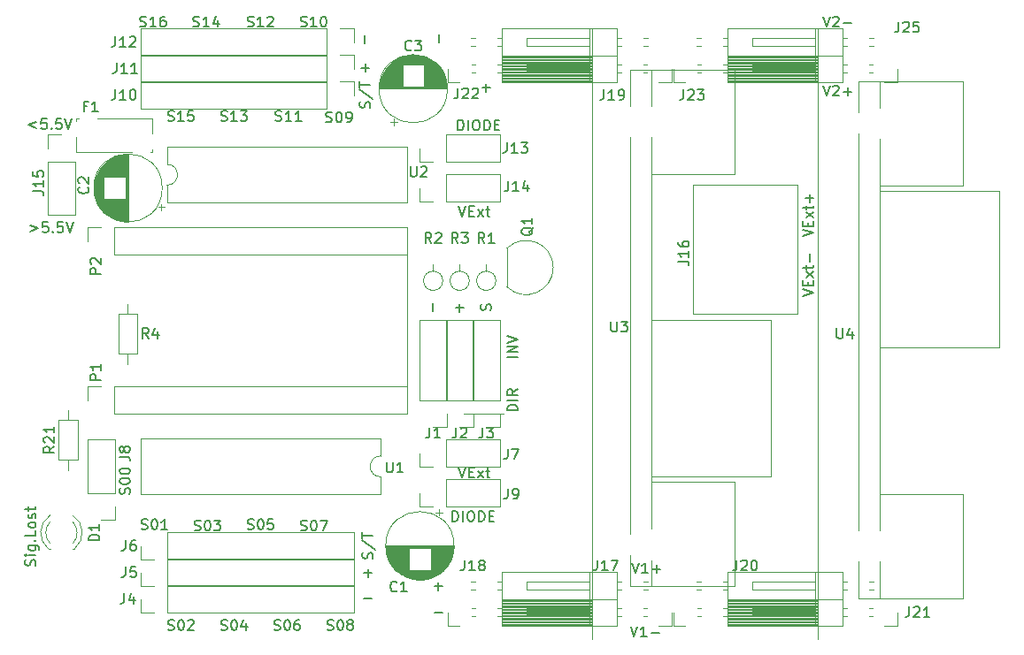
<source format=gbr>
G04 #@! TF.GenerationSoftware,KiCad,Pcbnew,(5.1.5)-3*
G04 #@! TF.CreationDate,2020-05-24T17:55:25+02:00*
G04 #@! TF.ProjectId,MultiSwitch_Sw16_ProMicro,4d756c74-6953-4776-9974-63685f537731,V1.0*
G04 #@! TF.SameCoordinates,Original*
G04 #@! TF.FileFunction,Legend,Top*
G04 #@! TF.FilePolarity,Positive*
%FSLAX46Y46*%
G04 Gerber Fmt 4.6, Leading zero omitted, Abs format (unit mm)*
G04 Created by KiCad (PCBNEW (5.1.5)-3) date 2020-05-24 17:55:25*
%MOMM*%
%LPD*%
G04 APERTURE LIST*
%ADD10C,0.150000*%
%ADD11C,0.120000*%
G04 APERTURE END LIST*
D10*
X153590809Y-89368380D02*
X153924142Y-90368380D01*
X154257476Y-89368380D01*
X154590809Y-89844571D02*
X154924142Y-89844571D01*
X155067000Y-90368380D02*
X154590809Y-90368380D01*
X154590809Y-89368380D01*
X155067000Y-89368380D01*
X155400333Y-90368380D02*
X155924142Y-89701714D01*
X155400333Y-89701714D02*
X155924142Y-90368380D01*
X156162238Y-89701714D02*
X156543190Y-89701714D01*
X156305095Y-89368380D02*
X156305095Y-90225523D01*
X156352714Y-90320761D01*
X156447952Y-90368380D01*
X156543190Y-90368380D01*
X153590809Y-114387380D02*
X153924142Y-115387380D01*
X154257476Y-114387380D01*
X154590809Y-114863571D02*
X154924142Y-114863571D01*
X155067000Y-115387380D02*
X154590809Y-115387380D01*
X154590809Y-114387380D01*
X155067000Y-114387380D01*
X155400333Y-115387380D02*
X155924142Y-114720714D01*
X155400333Y-114720714D02*
X155924142Y-115387380D01*
X156162238Y-114720714D02*
X156543190Y-114720714D01*
X156305095Y-114387380D02*
X156305095Y-115244523D01*
X156352714Y-115339761D01*
X156447952Y-115387380D01*
X156543190Y-115387380D01*
X152963809Y-119578380D02*
X152963809Y-118578380D01*
X153201904Y-118578380D01*
X153344761Y-118626000D01*
X153440000Y-118721238D01*
X153487619Y-118816476D01*
X153535238Y-119006952D01*
X153535238Y-119149809D01*
X153487619Y-119340285D01*
X153440000Y-119435523D01*
X153344761Y-119530761D01*
X153201904Y-119578380D01*
X152963809Y-119578380D01*
X153963809Y-119578380D02*
X153963809Y-118578380D01*
X154630476Y-118578380D02*
X154820952Y-118578380D01*
X154916190Y-118626000D01*
X155011428Y-118721238D01*
X155059047Y-118911714D01*
X155059047Y-119245047D01*
X155011428Y-119435523D01*
X154916190Y-119530761D01*
X154820952Y-119578380D01*
X154630476Y-119578380D01*
X154535238Y-119530761D01*
X154440000Y-119435523D01*
X154392380Y-119245047D01*
X154392380Y-118911714D01*
X154440000Y-118721238D01*
X154535238Y-118626000D01*
X154630476Y-118578380D01*
X155487619Y-119578380D02*
X155487619Y-118578380D01*
X155725714Y-118578380D01*
X155868571Y-118626000D01*
X155963809Y-118721238D01*
X156011428Y-118816476D01*
X156059047Y-119006952D01*
X156059047Y-119149809D01*
X156011428Y-119340285D01*
X155963809Y-119435523D01*
X155868571Y-119530761D01*
X155725714Y-119578380D01*
X155487619Y-119578380D01*
X156487619Y-119054571D02*
X156820952Y-119054571D01*
X156963809Y-119578380D02*
X156487619Y-119578380D01*
X156487619Y-118578380D01*
X156963809Y-118578380D01*
X153471809Y-82113380D02*
X153471809Y-81113380D01*
X153709904Y-81113380D01*
X153852761Y-81161000D01*
X153948000Y-81256238D01*
X153995619Y-81351476D01*
X154043238Y-81541952D01*
X154043238Y-81684809D01*
X153995619Y-81875285D01*
X153948000Y-81970523D01*
X153852761Y-82065761D01*
X153709904Y-82113380D01*
X153471809Y-82113380D01*
X154471809Y-82113380D02*
X154471809Y-81113380D01*
X155138476Y-81113380D02*
X155328952Y-81113380D01*
X155424190Y-81161000D01*
X155519428Y-81256238D01*
X155567047Y-81446714D01*
X155567047Y-81780047D01*
X155519428Y-81970523D01*
X155424190Y-82065761D01*
X155328952Y-82113380D01*
X155138476Y-82113380D01*
X155043238Y-82065761D01*
X154948000Y-81970523D01*
X154900380Y-81780047D01*
X154900380Y-81446714D01*
X154948000Y-81256238D01*
X155043238Y-81161000D01*
X155138476Y-81113380D01*
X155995619Y-82113380D02*
X155995619Y-81113380D01*
X156233714Y-81113380D01*
X156376571Y-81161000D01*
X156471809Y-81256238D01*
X156519428Y-81351476D01*
X156567047Y-81541952D01*
X156567047Y-81684809D01*
X156519428Y-81875285D01*
X156471809Y-81970523D01*
X156376571Y-82065761D01*
X156233714Y-82113380D01*
X155995619Y-82113380D01*
X156995619Y-81589571D02*
X157328952Y-81589571D01*
X157471809Y-82113380D02*
X156995619Y-82113380D01*
X156995619Y-81113380D01*
X157471809Y-81113380D01*
X113188904Y-81319714D02*
X112427000Y-81605428D01*
X113188904Y-81891142D01*
X114141285Y-80986380D02*
X113665095Y-80986380D01*
X113617476Y-81462571D01*
X113665095Y-81414952D01*
X113760333Y-81367333D01*
X113998428Y-81367333D01*
X114093666Y-81414952D01*
X114141285Y-81462571D01*
X114188904Y-81557809D01*
X114188904Y-81795904D01*
X114141285Y-81891142D01*
X114093666Y-81938761D01*
X113998428Y-81986380D01*
X113760333Y-81986380D01*
X113665095Y-81938761D01*
X113617476Y-81891142D01*
X114617476Y-81891142D02*
X114665095Y-81938761D01*
X114617476Y-81986380D01*
X114569857Y-81938761D01*
X114617476Y-81891142D01*
X114617476Y-81986380D01*
X115569857Y-80986380D02*
X115093666Y-80986380D01*
X115046047Y-81462571D01*
X115093666Y-81414952D01*
X115188904Y-81367333D01*
X115427000Y-81367333D01*
X115522238Y-81414952D01*
X115569857Y-81462571D01*
X115617476Y-81557809D01*
X115617476Y-81795904D01*
X115569857Y-81891142D01*
X115522238Y-81938761D01*
X115427000Y-81986380D01*
X115188904Y-81986380D01*
X115093666Y-81938761D01*
X115046047Y-81891142D01*
X115903190Y-80986380D02*
X116236523Y-81986380D01*
X116569857Y-80986380D01*
X112554000Y-91225714D02*
X113315904Y-91511428D01*
X112554000Y-91797142D01*
X114268285Y-90892380D02*
X113792095Y-90892380D01*
X113744476Y-91368571D01*
X113792095Y-91320952D01*
X113887333Y-91273333D01*
X114125428Y-91273333D01*
X114220666Y-91320952D01*
X114268285Y-91368571D01*
X114315904Y-91463809D01*
X114315904Y-91701904D01*
X114268285Y-91797142D01*
X114220666Y-91844761D01*
X114125428Y-91892380D01*
X113887333Y-91892380D01*
X113792095Y-91844761D01*
X113744476Y-91797142D01*
X114744476Y-91797142D02*
X114792095Y-91844761D01*
X114744476Y-91892380D01*
X114696857Y-91844761D01*
X114744476Y-91797142D01*
X114744476Y-91892380D01*
X115696857Y-90892380D02*
X115220666Y-90892380D01*
X115173047Y-91368571D01*
X115220666Y-91320952D01*
X115315904Y-91273333D01*
X115554000Y-91273333D01*
X115649238Y-91320952D01*
X115696857Y-91368571D01*
X115744476Y-91463809D01*
X115744476Y-91701904D01*
X115696857Y-91797142D01*
X115649238Y-91844761D01*
X115554000Y-91892380D01*
X115315904Y-91892380D01*
X115220666Y-91844761D01*
X115173047Y-91797142D01*
X116030190Y-90892380D02*
X116363523Y-91892380D01*
X116696857Y-90892380D01*
X151693571Y-72898047D02*
X151693571Y-73659952D01*
X155829047Y-78049428D02*
X156590952Y-78049428D01*
X156210000Y-78430380D02*
X156210000Y-77668476D01*
X152018952Y-128325571D02*
X151257047Y-128325571D01*
X151257047Y-125801428D02*
X152018952Y-125801428D01*
X151638000Y-126182380D02*
X151638000Y-125420476D01*
X145057761Y-79930476D02*
X145105380Y-79787619D01*
X145105380Y-79549523D01*
X145057761Y-79454285D01*
X145010142Y-79406666D01*
X144914904Y-79359047D01*
X144819666Y-79359047D01*
X144724428Y-79406666D01*
X144676809Y-79454285D01*
X144629190Y-79549523D01*
X144581571Y-79740000D01*
X144533952Y-79835238D01*
X144486333Y-79882857D01*
X144391095Y-79930476D01*
X144295857Y-79930476D01*
X144200619Y-79882857D01*
X144153000Y-79835238D01*
X144105380Y-79740000D01*
X144105380Y-79501904D01*
X144153000Y-79359047D01*
X144057761Y-78216190D02*
X145343476Y-79073333D01*
X144105380Y-78025714D02*
X144105380Y-77454285D01*
X145105380Y-77740000D02*
X144105380Y-77740000D01*
X144272047Y-76144428D02*
X145033952Y-76144428D01*
X144653000Y-76525380D02*
X144653000Y-75763476D01*
X144581571Y-73025047D02*
X144581571Y-73786952D01*
X144526047Y-124531428D02*
X145287952Y-124531428D01*
X144907000Y-124912380D02*
X144907000Y-124150476D01*
X145287952Y-126928571D02*
X144526047Y-126928571D01*
X145311761Y-123110476D02*
X145359380Y-122967619D01*
X145359380Y-122729523D01*
X145311761Y-122634285D01*
X145264142Y-122586666D01*
X145168904Y-122539047D01*
X145073666Y-122539047D01*
X144978428Y-122586666D01*
X144930809Y-122634285D01*
X144883190Y-122729523D01*
X144835571Y-122920000D01*
X144787952Y-123015238D01*
X144740333Y-123062857D01*
X144645095Y-123110476D01*
X144549857Y-123110476D01*
X144454619Y-123062857D01*
X144407000Y-123015238D01*
X144359380Y-122920000D01*
X144359380Y-122681904D01*
X144407000Y-122539047D01*
X144311761Y-121396190D02*
X145597476Y-122253333D01*
X144359380Y-121205714D02*
X144359380Y-120634285D01*
X145359380Y-120920000D02*
X144359380Y-120920000D01*
D11*
X157861000Y-109220000D02*
X154051000Y-109220000D01*
D10*
X159202380Y-103822380D02*
X158202380Y-103822380D01*
X159202380Y-103346190D02*
X158202380Y-103346190D01*
X159202380Y-102774761D01*
X158202380Y-102774761D01*
X158202380Y-102441428D02*
X159202380Y-102108095D01*
X158202380Y-101774761D01*
X159202380Y-108950000D02*
X158202380Y-108950000D01*
X158202380Y-108711904D01*
X158250000Y-108569047D01*
X158345238Y-108473809D01*
X158440476Y-108426190D01*
X158630952Y-108378571D01*
X158773809Y-108378571D01*
X158964285Y-108426190D01*
X159059523Y-108473809D01*
X159154761Y-108569047D01*
X159202380Y-108711904D01*
X159202380Y-108950000D01*
X159202380Y-107950000D02*
X158202380Y-107950000D01*
X159202380Y-106902380D02*
X158726190Y-107235714D01*
X159202380Y-107473809D02*
X158202380Y-107473809D01*
X158202380Y-107092857D01*
X158250000Y-106997619D01*
X158297619Y-106950000D01*
X158392857Y-106902380D01*
X158535714Y-106902380D01*
X158630952Y-106950000D01*
X158678571Y-106997619D01*
X158726190Y-107092857D01*
X158726190Y-107473809D01*
X156614761Y-99345714D02*
X156662380Y-99202857D01*
X156662380Y-98964761D01*
X156614761Y-98869523D01*
X156567142Y-98821904D01*
X156471904Y-98774285D01*
X156376666Y-98774285D01*
X156281428Y-98821904D01*
X156233809Y-98869523D01*
X156186190Y-98964761D01*
X156138571Y-99155238D01*
X156090952Y-99250476D01*
X156043333Y-99298095D01*
X155948095Y-99345714D01*
X155852857Y-99345714D01*
X155757619Y-99298095D01*
X155710000Y-99250476D01*
X155662380Y-99155238D01*
X155662380Y-98917142D01*
X155710000Y-98774285D01*
X153289047Y-99131428D02*
X154050952Y-99131428D01*
X153670000Y-99512380D02*
X153670000Y-98750476D01*
X151074428Y-99440952D02*
X151074428Y-98679047D01*
X122070761Y-116935095D02*
X122118380Y-116792238D01*
X122118380Y-116554142D01*
X122070761Y-116458904D01*
X122023142Y-116411285D01*
X121927904Y-116363666D01*
X121832666Y-116363666D01*
X121737428Y-116411285D01*
X121689809Y-116458904D01*
X121642190Y-116554142D01*
X121594571Y-116744619D01*
X121546952Y-116839857D01*
X121499333Y-116887476D01*
X121404095Y-116935095D01*
X121308857Y-116935095D01*
X121213619Y-116887476D01*
X121166000Y-116839857D01*
X121118380Y-116744619D01*
X121118380Y-116506523D01*
X121166000Y-116363666D01*
X121118380Y-115744619D02*
X121118380Y-115649380D01*
X121166000Y-115554142D01*
X121213619Y-115506523D01*
X121308857Y-115458904D01*
X121499333Y-115411285D01*
X121737428Y-115411285D01*
X121927904Y-115458904D01*
X122023142Y-115506523D01*
X122070761Y-115554142D01*
X122118380Y-115649380D01*
X122118380Y-115744619D01*
X122070761Y-115839857D01*
X122023142Y-115887476D01*
X121927904Y-115935095D01*
X121737428Y-115982714D01*
X121499333Y-115982714D01*
X121308857Y-115935095D01*
X121213619Y-115887476D01*
X121166000Y-115839857D01*
X121118380Y-115744619D01*
X121118380Y-114792238D02*
X121118380Y-114697000D01*
X121166000Y-114601761D01*
X121213619Y-114554142D01*
X121308857Y-114506523D01*
X121499333Y-114458904D01*
X121737428Y-114458904D01*
X121927904Y-114506523D01*
X122023142Y-114554142D01*
X122070761Y-114601761D01*
X122118380Y-114697000D01*
X122118380Y-114792238D01*
X122070761Y-114887476D01*
X122023142Y-114935095D01*
X121927904Y-114982714D01*
X121737428Y-115030333D01*
X121499333Y-115030333D01*
X121308857Y-114982714D01*
X121213619Y-114935095D01*
X121166000Y-114887476D01*
X121118380Y-114792238D01*
X188436428Y-77811380D02*
X188769761Y-78811380D01*
X189103095Y-77811380D01*
X189388809Y-77906619D02*
X189436428Y-77859000D01*
X189531666Y-77811380D01*
X189769761Y-77811380D01*
X189865000Y-77859000D01*
X189912619Y-77906619D01*
X189960238Y-78001857D01*
X189960238Y-78097095D01*
X189912619Y-78239952D01*
X189341190Y-78811380D01*
X189960238Y-78811380D01*
X190388809Y-78430428D02*
X191150714Y-78430428D01*
X190769761Y-78811380D02*
X190769761Y-78049476D01*
X188436428Y-71207380D02*
X188769761Y-72207380D01*
X189103095Y-71207380D01*
X189388809Y-71302619D02*
X189436428Y-71255000D01*
X189531666Y-71207380D01*
X189769761Y-71207380D01*
X189865000Y-71255000D01*
X189912619Y-71302619D01*
X189960238Y-71397857D01*
X189960238Y-71493095D01*
X189912619Y-71635952D01*
X189341190Y-72207380D01*
X189960238Y-72207380D01*
X190388809Y-71826428D02*
X191150714Y-71826428D01*
X186523380Y-97980238D02*
X187523380Y-97646904D01*
X186523380Y-97313571D01*
X186999571Y-96980238D02*
X186999571Y-96646904D01*
X187523380Y-96504047D02*
X187523380Y-96980238D01*
X186523380Y-96980238D01*
X186523380Y-96504047D01*
X187523380Y-96170714D02*
X186856714Y-95646904D01*
X186856714Y-96170714D02*
X187523380Y-95646904D01*
X186856714Y-95408809D02*
X186856714Y-95027857D01*
X186523380Y-95265952D02*
X187380523Y-95265952D01*
X187475761Y-95218333D01*
X187523380Y-95123095D01*
X187523380Y-95027857D01*
X187142428Y-94694523D02*
X187142428Y-93932619D01*
X186523380Y-92265238D02*
X187523380Y-91931904D01*
X186523380Y-91598571D01*
X186999571Y-91265238D02*
X186999571Y-90931904D01*
X187523380Y-90789047D02*
X187523380Y-91265238D01*
X186523380Y-91265238D01*
X186523380Y-90789047D01*
X187523380Y-90455714D02*
X186856714Y-89931904D01*
X186856714Y-90455714D02*
X187523380Y-89931904D01*
X186856714Y-89693809D02*
X186856714Y-89312857D01*
X186523380Y-89550952D02*
X187380523Y-89550952D01*
X187475761Y-89503333D01*
X187523380Y-89408095D01*
X187523380Y-89312857D01*
X187142428Y-88979523D02*
X187142428Y-88217619D01*
X187523380Y-88598571D02*
X186761476Y-88598571D01*
X170148428Y-123531380D02*
X170481761Y-124531380D01*
X170815095Y-123531380D01*
X171672238Y-124531380D02*
X171100809Y-124531380D01*
X171386523Y-124531380D02*
X171386523Y-123531380D01*
X171291285Y-123674238D01*
X171196047Y-123769476D01*
X171100809Y-123817095D01*
X172100809Y-124150428D02*
X172862714Y-124150428D01*
X172481761Y-124531380D02*
X172481761Y-123769476D01*
X170021428Y-129627380D02*
X170354761Y-130627380D01*
X170688095Y-129627380D01*
X171545238Y-130627380D02*
X170973809Y-130627380D01*
X171259523Y-130627380D02*
X171259523Y-129627380D01*
X171164285Y-129770238D01*
X171069047Y-129865476D01*
X170973809Y-129913095D01*
X171973809Y-130246428D02*
X172735714Y-130246428D01*
X113053761Y-123792904D02*
X113101380Y-123650047D01*
X113101380Y-123411952D01*
X113053761Y-123316714D01*
X113006142Y-123269095D01*
X112910904Y-123221476D01*
X112815666Y-123221476D01*
X112720428Y-123269095D01*
X112672809Y-123316714D01*
X112625190Y-123411952D01*
X112577571Y-123602428D01*
X112529952Y-123697666D01*
X112482333Y-123745285D01*
X112387095Y-123792904D01*
X112291857Y-123792904D01*
X112196619Y-123745285D01*
X112149000Y-123697666D01*
X112101380Y-123602428D01*
X112101380Y-123364333D01*
X112149000Y-123221476D01*
X113101380Y-122792904D02*
X112434714Y-122792904D01*
X112101380Y-122792904D02*
X112149000Y-122840523D01*
X112196619Y-122792904D01*
X112149000Y-122745285D01*
X112101380Y-122792904D01*
X112196619Y-122792904D01*
X112434714Y-121888142D02*
X113244238Y-121888142D01*
X113339476Y-121935761D01*
X113387095Y-121983380D01*
X113434714Y-122078619D01*
X113434714Y-122221476D01*
X113387095Y-122316714D01*
X113053761Y-121888142D02*
X113101380Y-121983380D01*
X113101380Y-122173857D01*
X113053761Y-122269095D01*
X113006142Y-122316714D01*
X112910904Y-122364333D01*
X112625190Y-122364333D01*
X112529952Y-122316714D01*
X112482333Y-122269095D01*
X112434714Y-122173857D01*
X112434714Y-121983380D01*
X112482333Y-121888142D01*
X113006142Y-121411952D02*
X113053761Y-121364333D01*
X113101380Y-121411952D01*
X113053761Y-121459571D01*
X113006142Y-121411952D01*
X113101380Y-121411952D01*
X113101380Y-120459571D02*
X113101380Y-120935761D01*
X112101380Y-120935761D01*
X113101380Y-119983380D02*
X113053761Y-120078619D01*
X113006142Y-120126238D01*
X112910904Y-120173857D01*
X112625190Y-120173857D01*
X112529952Y-120126238D01*
X112482333Y-120078619D01*
X112434714Y-119983380D01*
X112434714Y-119840523D01*
X112482333Y-119745285D01*
X112529952Y-119697666D01*
X112625190Y-119650047D01*
X112910904Y-119650047D01*
X113006142Y-119697666D01*
X113053761Y-119745285D01*
X113101380Y-119840523D01*
X113101380Y-119983380D01*
X113053761Y-119269095D02*
X113101380Y-119173857D01*
X113101380Y-118983380D01*
X113053761Y-118888142D01*
X112958523Y-118840523D01*
X112910904Y-118840523D01*
X112815666Y-118888142D01*
X112768047Y-118983380D01*
X112768047Y-119126238D01*
X112720428Y-119221476D01*
X112625190Y-119269095D01*
X112577571Y-119269095D01*
X112482333Y-119221476D01*
X112434714Y-119126238D01*
X112434714Y-118983380D01*
X112482333Y-118888142D01*
X112434714Y-118554809D02*
X112434714Y-118173857D01*
X112101380Y-118411952D02*
X112958523Y-118411952D01*
X113053761Y-118364333D01*
X113101380Y-118269095D01*
X113101380Y-118173857D01*
X141001904Y-129944761D02*
X141144761Y-129992380D01*
X141382857Y-129992380D01*
X141478095Y-129944761D01*
X141525714Y-129897142D01*
X141573333Y-129801904D01*
X141573333Y-129706666D01*
X141525714Y-129611428D01*
X141478095Y-129563809D01*
X141382857Y-129516190D01*
X141192380Y-129468571D01*
X141097142Y-129420952D01*
X141049523Y-129373333D01*
X141001904Y-129278095D01*
X141001904Y-129182857D01*
X141049523Y-129087619D01*
X141097142Y-129040000D01*
X141192380Y-128992380D01*
X141430476Y-128992380D01*
X141573333Y-129040000D01*
X142192380Y-128992380D02*
X142287619Y-128992380D01*
X142382857Y-129040000D01*
X142430476Y-129087619D01*
X142478095Y-129182857D01*
X142525714Y-129373333D01*
X142525714Y-129611428D01*
X142478095Y-129801904D01*
X142430476Y-129897142D01*
X142382857Y-129944761D01*
X142287619Y-129992380D01*
X142192380Y-129992380D01*
X142097142Y-129944761D01*
X142049523Y-129897142D01*
X142001904Y-129801904D01*
X141954285Y-129611428D01*
X141954285Y-129373333D01*
X142001904Y-129182857D01*
X142049523Y-129087619D01*
X142097142Y-129040000D01*
X142192380Y-128992380D01*
X143097142Y-129420952D02*
X143001904Y-129373333D01*
X142954285Y-129325714D01*
X142906666Y-129230476D01*
X142906666Y-129182857D01*
X142954285Y-129087619D01*
X143001904Y-129040000D01*
X143097142Y-128992380D01*
X143287619Y-128992380D01*
X143382857Y-129040000D01*
X143430476Y-129087619D01*
X143478095Y-129182857D01*
X143478095Y-129230476D01*
X143430476Y-129325714D01*
X143382857Y-129373333D01*
X143287619Y-129420952D01*
X143097142Y-129420952D01*
X143001904Y-129468571D01*
X142954285Y-129516190D01*
X142906666Y-129611428D01*
X142906666Y-129801904D01*
X142954285Y-129897142D01*
X143001904Y-129944761D01*
X143097142Y-129992380D01*
X143287619Y-129992380D01*
X143382857Y-129944761D01*
X143430476Y-129897142D01*
X143478095Y-129801904D01*
X143478095Y-129611428D01*
X143430476Y-129516190D01*
X143382857Y-129468571D01*
X143287619Y-129420952D01*
X138461904Y-120419761D02*
X138604761Y-120467380D01*
X138842857Y-120467380D01*
X138938095Y-120419761D01*
X138985714Y-120372142D01*
X139033333Y-120276904D01*
X139033333Y-120181666D01*
X138985714Y-120086428D01*
X138938095Y-120038809D01*
X138842857Y-119991190D01*
X138652380Y-119943571D01*
X138557142Y-119895952D01*
X138509523Y-119848333D01*
X138461904Y-119753095D01*
X138461904Y-119657857D01*
X138509523Y-119562619D01*
X138557142Y-119515000D01*
X138652380Y-119467380D01*
X138890476Y-119467380D01*
X139033333Y-119515000D01*
X139652380Y-119467380D02*
X139747619Y-119467380D01*
X139842857Y-119515000D01*
X139890476Y-119562619D01*
X139938095Y-119657857D01*
X139985714Y-119848333D01*
X139985714Y-120086428D01*
X139938095Y-120276904D01*
X139890476Y-120372142D01*
X139842857Y-120419761D01*
X139747619Y-120467380D01*
X139652380Y-120467380D01*
X139557142Y-120419761D01*
X139509523Y-120372142D01*
X139461904Y-120276904D01*
X139414285Y-120086428D01*
X139414285Y-119848333D01*
X139461904Y-119657857D01*
X139509523Y-119562619D01*
X139557142Y-119515000D01*
X139652380Y-119467380D01*
X140319047Y-119467380D02*
X140985714Y-119467380D01*
X140557142Y-120467380D01*
X135921904Y-129944761D02*
X136064761Y-129992380D01*
X136302857Y-129992380D01*
X136398095Y-129944761D01*
X136445714Y-129897142D01*
X136493333Y-129801904D01*
X136493333Y-129706666D01*
X136445714Y-129611428D01*
X136398095Y-129563809D01*
X136302857Y-129516190D01*
X136112380Y-129468571D01*
X136017142Y-129420952D01*
X135969523Y-129373333D01*
X135921904Y-129278095D01*
X135921904Y-129182857D01*
X135969523Y-129087619D01*
X136017142Y-129040000D01*
X136112380Y-128992380D01*
X136350476Y-128992380D01*
X136493333Y-129040000D01*
X137112380Y-128992380D02*
X137207619Y-128992380D01*
X137302857Y-129040000D01*
X137350476Y-129087619D01*
X137398095Y-129182857D01*
X137445714Y-129373333D01*
X137445714Y-129611428D01*
X137398095Y-129801904D01*
X137350476Y-129897142D01*
X137302857Y-129944761D01*
X137207619Y-129992380D01*
X137112380Y-129992380D01*
X137017142Y-129944761D01*
X136969523Y-129897142D01*
X136921904Y-129801904D01*
X136874285Y-129611428D01*
X136874285Y-129373333D01*
X136921904Y-129182857D01*
X136969523Y-129087619D01*
X137017142Y-129040000D01*
X137112380Y-128992380D01*
X138302857Y-128992380D02*
X138112380Y-128992380D01*
X138017142Y-129040000D01*
X137969523Y-129087619D01*
X137874285Y-129230476D01*
X137826666Y-129420952D01*
X137826666Y-129801904D01*
X137874285Y-129897142D01*
X137921904Y-129944761D01*
X138017142Y-129992380D01*
X138207619Y-129992380D01*
X138302857Y-129944761D01*
X138350476Y-129897142D01*
X138398095Y-129801904D01*
X138398095Y-129563809D01*
X138350476Y-129468571D01*
X138302857Y-129420952D01*
X138207619Y-129373333D01*
X138017142Y-129373333D01*
X137921904Y-129420952D01*
X137874285Y-129468571D01*
X137826666Y-129563809D01*
X133381904Y-120292761D02*
X133524761Y-120340380D01*
X133762857Y-120340380D01*
X133858095Y-120292761D01*
X133905714Y-120245142D01*
X133953333Y-120149904D01*
X133953333Y-120054666D01*
X133905714Y-119959428D01*
X133858095Y-119911809D01*
X133762857Y-119864190D01*
X133572380Y-119816571D01*
X133477142Y-119768952D01*
X133429523Y-119721333D01*
X133381904Y-119626095D01*
X133381904Y-119530857D01*
X133429523Y-119435619D01*
X133477142Y-119388000D01*
X133572380Y-119340380D01*
X133810476Y-119340380D01*
X133953333Y-119388000D01*
X134572380Y-119340380D02*
X134667619Y-119340380D01*
X134762857Y-119388000D01*
X134810476Y-119435619D01*
X134858095Y-119530857D01*
X134905714Y-119721333D01*
X134905714Y-119959428D01*
X134858095Y-120149904D01*
X134810476Y-120245142D01*
X134762857Y-120292761D01*
X134667619Y-120340380D01*
X134572380Y-120340380D01*
X134477142Y-120292761D01*
X134429523Y-120245142D01*
X134381904Y-120149904D01*
X134334285Y-119959428D01*
X134334285Y-119721333D01*
X134381904Y-119530857D01*
X134429523Y-119435619D01*
X134477142Y-119388000D01*
X134572380Y-119340380D01*
X135810476Y-119340380D02*
X135334285Y-119340380D01*
X135286666Y-119816571D01*
X135334285Y-119768952D01*
X135429523Y-119721333D01*
X135667619Y-119721333D01*
X135762857Y-119768952D01*
X135810476Y-119816571D01*
X135858095Y-119911809D01*
X135858095Y-120149904D01*
X135810476Y-120245142D01*
X135762857Y-120292761D01*
X135667619Y-120340380D01*
X135429523Y-120340380D01*
X135334285Y-120292761D01*
X135286666Y-120245142D01*
X130841904Y-129944761D02*
X130984761Y-129992380D01*
X131222857Y-129992380D01*
X131318095Y-129944761D01*
X131365714Y-129897142D01*
X131413333Y-129801904D01*
X131413333Y-129706666D01*
X131365714Y-129611428D01*
X131318095Y-129563809D01*
X131222857Y-129516190D01*
X131032380Y-129468571D01*
X130937142Y-129420952D01*
X130889523Y-129373333D01*
X130841904Y-129278095D01*
X130841904Y-129182857D01*
X130889523Y-129087619D01*
X130937142Y-129040000D01*
X131032380Y-128992380D01*
X131270476Y-128992380D01*
X131413333Y-129040000D01*
X132032380Y-128992380D02*
X132127619Y-128992380D01*
X132222857Y-129040000D01*
X132270476Y-129087619D01*
X132318095Y-129182857D01*
X132365714Y-129373333D01*
X132365714Y-129611428D01*
X132318095Y-129801904D01*
X132270476Y-129897142D01*
X132222857Y-129944761D01*
X132127619Y-129992380D01*
X132032380Y-129992380D01*
X131937142Y-129944761D01*
X131889523Y-129897142D01*
X131841904Y-129801904D01*
X131794285Y-129611428D01*
X131794285Y-129373333D01*
X131841904Y-129182857D01*
X131889523Y-129087619D01*
X131937142Y-129040000D01*
X132032380Y-128992380D01*
X133222857Y-129325714D02*
X133222857Y-129992380D01*
X132984761Y-128944761D02*
X132746666Y-129659047D01*
X133365714Y-129659047D01*
X128301904Y-120419761D02*
X128444761Y-120467380D01*
X128682857Y-120467380D01*
X128778095Y-120419761D01*
X128825714Y-120372142D01*
X128873333Y-120276904D01*
X128873333Y-120181666D01*
X128825714Y-120086428D01*
X128778095Y-120038809D01*
X128682857Y-119991190D01*
X128492380Y-119943571D01*
X128397142Y-119895952D01*
X128349523Y-119848333D01*
X128301904Y-119753095D01*
X128301904Y-119657857D01*
X128349523Y-119562619D01*
X128397142Y-119515000D01*
X128492380Y-119467380D01*
X128730476Y-119467380D01*
X128873333Y-119515000D01*
X129492380Y-119467380D02*
X129587619Y-119467380D01*
X129682857Y-119515000D01*
X129730476Y-119562619D01*
X129778095Y-119657857D01*
X129825714Y-119848333D01*
X129825714Y-120086428D01*
X129778095Y-120276904D01*
X129730476Y-120372142D01*
X129682857Y-120419761D01*
X129587619Y-120467380D01*
X129492380Y-120467380D01*
X129397142Y-120419761D01*
X129349523Y-120372142D01*
X129301904Y-120276904D01*
X129254285Y-120086428D01*
X129254285Y-119848333D01*
X129301904Y-119657857D01*
X129349523Y-119562619D01*
X129397142Y-119515000D01*
X129492380Y-119467380D01*
X130159047Y-119467380D02*
X130778095Y-119467380D01*
X130444761Y-119848333D01*
X130587619Y-119848333D01*
X130682857Y-119895952D01*
X130730476Y-119943571D01*
X130778095Y-120038809D01*
X130778095Y-120276904D01*
X130730476Y-120372142D01*
X130682857Y-120419761D01*
X130587619Y-120467380D01*
X130301904Y-120467380D01*
X130206666Y-120419761D01*
X130159047Y-120372142D01*
X125761904Y-129944761D02*
X125904761Y-129992380D01*
X126142857Y-129992380D01*
X126238095Y-129944761D01*
X126285714Y-129897142D01*
X126333333Y-129801904D01*
X126333333Y-129706666D01*
X126285714Y-129611428D01*
X126238095Y-129563809D01*
X126142857Y-129516190D01*
X125952380Y-129468571D01*
X125857142Y-129420952D01*
X125809523Y-129373333D01*
X125761904Y-129278095D01*
X125761904Y-129182857D01*
X125809523Y-129087619D01*
X125857142Y-129040000D01*
X125952380Y-128992380D01*
X126190476Y-128992380D01*
X126333333Y-129040000D01*
X126952380Y-128992380D02*
X127047619Y-128992380D01*
X127142857Y-129040000D01*
X127190476Y-129087619D01*
X127238095Y-129182857D01*
X127285714Y-129373333D01*
X127285714Y-129611428D01*
X127238095Y-129801904D01*
X127190476Y-129897142D01*
X127142857Y-129944761D01*
X127047619Y-129992380D01*
X126952380Y-129992380D01*
X126857142Y-129944761D01*
X126809523Y-129897142D01*
X126761904Y-129801904D01*
X126714285Y-129611428D01*
X126714285Y-129373333D01*
X126761904Y-129182857D01*
X126809523Y-129087619D01*
X126857142Y-129040000D01*
X126952380Y-128992380D01*
X127666666Y-129087619D02*
X127714285Y-129040000D01*
X127809523Y-128992380D01*
X128047619Y-128992380D01*
X128142857Y-129040000D01*
X128190476Y-129087619D01*
X128238095Y-129182857D01*
X128238095Y-129278095D01*
X128190476Y-129420952D01*
X127619047Y-129992380D01*
X128238095Y-129992380D01*
X123221904Y-120292761D02*
X123364761Y-120340380D01*
X123602857Y-120340380D01*
X123698095Y-120292761D01*
X123745714Y-120245142D01*
X123793333Y-120149904D01*
X123793333Y-120054666D01*
X123745714Y-119959428D01*
X123698095Y-119911809D01*
X123602857Y-119864190D01*
X123412380Y-119816571D01*
X123317142Y-119768952D01*
X123269523Y-119721333D01*
X123221904Y-119626095D01*
X123221904Y-119530857D01*
X123269523Y-119435619D01*
X123317142Y-119388000D01*
X123412380Y-119340380D01*
X123650476Y-119340380D01*
X123793333Y-119388000D01*
X124412380Y-119340380D02*
X124507619Y-119340380D01*
X124602857Y-119388000D01*
X124650476Y-119435619D01*
X124698095Y-119530857D01*
X124745714Y-119721333D01*
X124745714Y-119959428D01*
X124698095Y-120149904D01*
X124650476Y-120245142D01*
X124602857Y-120292761D01*
X124507619Y-120340380D01*
X124412380Y-120340380D01*
X124317142Y-120292761D01*
X124269523Y-120245142D01*
X124221904Y-120149904D01*
X124174285Y-119959428D01*
X124174285Y-119721333D01*
X124221904Y-119530857D01*
X124269523Y-119435619D01*
X124317142Y-119388000D01*
X124412380Y-119340380D01*
X125698095Y-120340380D02*
X125126666Y-120340380D01*
X125412380Y-120340380D02*
X125412380Y-119340380D01*
X125317142Y-119483238D01*
X125221904Y-119578476D01*
X125126666Y-119626095D01*
X123094904Y-72159761D02*
X123237761Y-72207380D01*
X123475857Y-72207380D01*
X123571095Y-72159761D01*
X123618714Y-72112142D01*
X123666333Y-72016904D01*
X123666333Y-71921666D01*
X123618714Y-71826428D01*
X123571095Y-71778809D01*
X123475857Y-71731190D01*
X123285380Y-71683571D01*
X123190142Y-71635952D01*
X123142523Y-71588333D01*
X123094904Y-71493095D01*
X123094904Y-71397857D01*
X123142523Y-71302619D01*
X123190142Y-71255000D01*
X123285380Y-71207380D01*
X123523476Y-71207380D01*
X123666333Y-71255000D01*
X124618714Y-72207380D02*
X124047285Y-72207380D01*
X124333000Y-72207380D02*
X124333000Y-71207380D01*
X124237761Y-71350238D01*
X124142523Y-71445476D01*
X124047285Y-71493095D01*
X125475857Y-71207380D02*
X125285380Y-71207380D01*
X125190142Y-71255000D01*
X125142523Y-71302619D01*
X125047285Y-71445476D01*
X124999666Y-71635952D01*
X124999666Y-72016904D01*
X125047285Y-72112142D01*
X125094904Y-72159761D01*
X125190142Y-72207380D01*
X125380619Y-72207380D01*
X125475857Y-72159761D01*
X125523476Y-72112142D01*
X125571095Y-72016904D01*
X125571095Y-71778809D01*
X125523476Y-71683571D01*
X125475857Y-71635952D01*
X125380619Y-71588333D01*
X125190142Y-71588333D01*
X125094904Y-71635952D01*
X125047285Y-71683571D01*
X124999666Y-71778809D01*
X125761904Y-81176761D02*
X125904761Y-81224380D01*
X126142857Y-81224380D01*
X126238095Y-81176761D01*
X126285714Y-81129142D01*
X126333333Y-81033904D01*
X126333333Y-80938666D01*
X126285714Y-80843428D01*
X126238095Y-80795809D01*
X126142857Y-80748190D01*
X125952380Y-80700571D01*
X125857142Y-80652952D01*
X125809523Y-80605333D01*
X125761904Y-80510095D01*
X125761904Y-80414857D01*
X125809523Y-80319619D01*
X125857142Y-80272000D01*
X125952380Y-80224380D01*
X126190476Y-80224380D01*
X126333333Y-80272000D01*
X127285714Y-81224380D02*
X126714285Y-81224380D01*
X127000000Y-81224380D02*
X127000000Y-80224380D01*
X126904761Y-80367238D01*
X126809523Y-80462476D01*
X126714285Y-80510095D01*
X128190476Y-80224380D02*
X127714285Y-80224380D01*
X127666666Y-80700571D01*
X127714285Y-80652952D01*
X127809523Y-80605333D01*
X128047619Y-80605333D01*
X128142857Y-80652952D01*
X128190476Y-80700571D01*
X128238095Y-80795809D01*
X128238095Y-81033904D01*
X128190476Y-81129142D01*
X128142857Y-81176761D01*
X128047619Y-81224380D01*
X127809523Y-81224380D01*
X127714285Y-81176761D01*
X127666666Y-81129142D01*
X128174904Y-72159761D02*
X128317761Y-72207380D01*
X128555857Y-72207380D01*
X128651095Y-72159761D01*
X128698714Y-72112142D01*
X128746333Y-72016904D01*
X128746333Y-71921666D01*
X128698714Y-71826428D01*
X128651095Y-71778809D01*
X128555857Y-71731190D01*
X128365380Y-71683571D01*
X128270142Y-71635952D01*
X128222523Y-71588333D01*
X128174904Y-71493095D01*
X128174904Y-71397857D01*
X128222523Y-71302619D01*
X128270142Y-71255000D01*
X128365380Y-71207380D01*
X128603476Y-71207380D01*
X128746333Y-71255000D01*
X129698714Y-72207380D02*
X129127285Y-72207380D01*
X129413000Y-72207380D02*
X129413000Y-71207380D01*
X129317761Y-71350238D01*
X129222523Y-71445476D01*
X129127285Y-71493095D01*
X130555857Y-71540714D02*
X130555857Y-72207380D01*
X130317761Y-71159761D02*
X130079666Y-71874047D01*
X130698714Y-71874047D01*
X130841904Y-81176761D02*
X130984761Y-81224380D01*
X131222857Y-81224380D01*
X131318095Y-81176761D01*
X131365714Y-81129142D01*
X131413333Y-81033904D01*
X131413333Y-80938666D01*
X131365714Y-80843428D01*
X131318095Y-80795809D01*
X131222857Y-80748190D01*
X131032380Y-80700571D01*
X130937142Y-80652952D01*
X130889523Y-80605333D01*
X130841904Y-80510095D01*
X130841904Y-80414857D01*
X130889523Y-80319619D01*
X130937142Y-80272000D01*
X131032380Y-80224380D01*
X131270476Y-80224380D01*
X131413333Y-80272000D01*
X132365714Y-81224380D02*
X131794285Y-81224380D01*
X132080000Y-81224380D02*
X132080000Y-80224380D01*
X131984761Y-80367238D01*
X131889523Y-80462476D01*
X131794285Y-80510095D01*
X132699047Y-80224380D02*
X133318095Y-80224380D01*
X132984761Y-80605333D01*
X133127619Y-80605333D01*
X133222857Y-80652952D01*
X133270476Y-80700571D01*
X133318095Y-80795809D01*
X133318095Y-81033904D01*
X133270476Y-81129142D01*
X133222857Y-81176761D01*
X133127619Y-81224380D01*
X132841904Y-81224380D01*
X132746666Y-81176761D01*
X132699047Y-81129142D01*
X133381904Y-72159761D02*
X133524761Y-72207380D01*
X133762857Y-72207380D01*
X133858095Y-72159761D01*
X133905714Y-72112142D01*
X133953333Y-72016904D01*
X133953333Y-71921666D01*
X133905714Y-71826428D01*
X133858095Y-71778809D01*
X133762857Y-71731190D01*
X133572380Y-71683571D01*
X133477142Y-71635952D01*
X133429523Y-71588333D01*
X133381904Y-71493095D01*
X133381904Y-71397857D01*
X133429523Y-71302619D01*
X133477142Y-71255000D01*
X133572380Y-71207380D01*
X133810476Y-71207380D01*
X133953333Y-71255000D01*
X134905714Y-72207380D02*
X134334285Y-72207380D01*
X134620000Y-72207380D02*
X134620000Y-71207380D01*
X134524761Y-71350238D01*
X134429523Y-71445476D01*
X134334285Y-71493095D01*
X135286666Y-71302619D02*
X135334285Y-71255000D01*
X135429523Y-71207380D01*
X135667619Y-71207380D01*
X135762857Y-71255000D01*
X135810476Y-71302619D01*
X135858095Y-71397857D01*
X135858095Y-71493095D01*
X135810476Y-71635952D01*
X135239047Y-72207380D01*
X135858095Y-72207380D01*
X136048904Y-81176761D02*
X136191761Y-81224380D01*
X136429857Y-81224380D01*
X136525095Y-81176761D01*
X136572714Y-81129142D01*
X136620333Y-81033904D01*
X136620333Y-80938666D01*
X136572714Y-80843428D01*
X136525095Y-80795809D01*
X136429857Y-80748190D01*
X136239380Y-80700571D01*
X136144142Y-80652952D01*
X136096523Y-80605333D01*
X136048904Y-80510095D01*
X136048904Y-80414857D01*
X136096523Y-80319619D01*
X136144142Y-80272000D01*
X136239380Y-80224380D01*
X136477476Y-80224380D01*
X136620333Y-80272000D01*
X137572714Y-81224380D02*
X137001285Y-81224380D01*
X137287000Y-81224380D02*
X137287000Y-80224380D01*
X137191761Y-80367238D01*
X137096523Y-80462476D01*
X137001285Y-80510095D01*
X138525095Y-81224380D02*
X137953666Y-81224380D01*
X138239380Y-81224380D02*
X138239380Y-80224380D01*
X138144142Y-80367238D01*
X138048904Y-80462476D01*
X137953666Y-80510095D01*
X138461904Y-72159761D02*
X138604761Y-72207380D01*
X138842857Y-72207380D01*
X138938095Y-72159761D01*
X138985714Y-72112142D01*
X139033333Y-72016904D01*
X139033333Y-71921666D01*
X138985714Y-71826428D01*
X138938095Y-71778809D01*
X138842857Y-71731190D01*
X138652380Y-71683571D01*
X138557142Y-71635952D01*
X138509523Y-71588333D01*
X138461904Y-71493095D01*
X138461904Y-71397857D01*
X138509523Y-71302619D01*
X138557142Y-71255000D01*
X138652380Y-71207380D01*
X138890476Y-71207380D01*
X139033333Y-71255000D01*
X139985714Y-72207380D02*
X139414285Y-72207380D01*
X139700000Y-72207380D02*
X139700000Y-71207380D01*
X139604761Y-71350238D01*
X139509523Y-71445476D01*
X139414285Y-71493095D01*
X140604761Y-71207380D02*
X140700000Y-71207380D01*
X140795238Y-71255000D01*
X140842857Y-71302619D01*
X140890476Y-71397857D01*
X140938095Y-71588333D01*
X140938095Y-71826428D01*
X140890476Y-72016904D01*
X140842857Y-72112142D01*
X140795238Y-72159761D01*
X140700000Y-72207380D01*
X140604761Y-72207380D01*
X140509523Y-72159761D01*
X140461904Y-72112142D01*
X140414285Y-72016904D01*
X140366666Y-71826428D01*
X140366666Y-71588333D01*
X140414285Y-71397857D01*
X140461904Y-71302619D01*
X140509523Y-71255000D01*
X140604761Y-71207380D01*
X140874904Y-81303761D02*
X141017761Y-81351380D01*
X141255857Y-81351380D01*
X141351095Y-81303761D01*
X141398714Y-81256142D01*
X141446333Y-81160904D01*
X141446333Y-81065666D01*
X141398714Y-80970428D01*
X141351095Y-80922809D01*
X141255857Y-80875190D01*
X141065380Y-80827571D01*
X140970142Y-80779952D01*
X140922523Y-80732333D01*
X140874904Y-80637095D01*
X140874904Y-80541857D01*
X140922523Y-80446619D01*
X140970142Y-80399000D01*
X141065380Y-80351380D01*
X141303476Y-80351380D01*
X141446333Y-80399000D01*
X142065380Y-80351380D02*
X142160619Y-80351380D01*
X142255857Y-80399000D01*
X142303476Y-80446619D01*
X142351095Y-80541857D01*
X142398714Y-80732333D01*
X142398714Y-80970428D01*
X142351095Y-81160904D01*
X142303476Y-81256142D01*
X142255857Y-81303761D01*
X142160619Y-81351380D01*
X142065380Y-81351380D01*
X141970142Y-81303761D01*
X141922523Y-81256142D01*
X141874904Y-81160904D01*
X141827285Y-80970428D01*
X141827285Y-80732333D01*
X141874904Y-80541857D01*
X141922523Y-80446619D01*
X141970142Y-80399000D01*
X142065380Y-80351380D01*
X142874904Y-81351380D02*
X143065380Y-81351380D01*
X143160619Y-81303761D01*
X143208238Y-81256142D01*
X143303476Y-81113285D01*
X143351095Y-80922809D01*
X143351095Y-80541857D01*
X143303476Y-80446619D01*
X143255857Y-80399000D01*
X143160619Y-80351380D01*
X142970142Y-80351380D01*
X142874904Y-80399000D01*
X142827285Y-80446619D01*
X142779666Y-80541857D01*
X142779666Y-80779952D01*
X142827285Y-80875190D01*
X142874904Y-80922809D01*
X142970142Y-80970428D01*
X143160619Y-80970428D01*
X143255857Y-80922809D01*
X143303476Y-80875190D01*
X143351095Y-80779952D01*
D11*
X187960000Y-130810000D02*
X187960000Y-72390000D01*
X166370000Y-72390000D02*
X166370000Y-130810000D01*
X148650000Y-106620000D02*
X148650000Y-94040000D01*
X143570000Y-128330000D02*
X143570000Y-125670000D01*
X125730000Y-128330000D02*
X143570000Y-128330000D01*
X125730000Y-125670000D02*
X143570000Y-125670000D01*
X125730000Y-128330000D02*
X125730000Y-125670000D01*
X124460000Y-128330000D02*
X123130000Y-128330000D01*
X123130000Y-128330000D02*
X123130000Y-127000000D01*
X143570000Y-125790000D02*
X143570000Y-123130000D01*
X125730000Y-125790000D02*
X143570000Y-125790000D01*
X125730000Y-123130000D02*
X143570000Y-123130000D01*
X125730000Y-125790000D02*
X125730000Y-123130000D01*
X124460000Y-125790000D02*
X123130000Y-125790000D01*
X123130000Y-125790000D02*
X123130000Y-124460000D01*
X193810000Y-123420000D02*
X193810000Y-126920000D01*
X193810000Y-126920000D02*
X191810000Y-126920000D01*
X191810000Y-126920000D02*
X191810000Y-123420000D01*
X193810000Y-126920000D02*
X201810000Y-126920000D01*
X201810000Y-126920000D02*
X201810000Y-116920000D01*
X201810000Y-116920000D02*
X193810000Y-116920000D01*
X193810000Y-120420000D02*
X193810000Y-82920000D01*
X193810000Y-79920000D02*
X193810000Y-77420000D01*
X193810000Y-77420000D02*
X191810000Y-77420000D01*
X191810000Y-77420000D02*
X191810000Y-80420000D01*
X191810000Y-82420000D02*
X191810000Y-120420000D01*
X193810000Y-102920000D02*
X205310000Y-102920000D01*
X205310000Y-102920000D02*
X205310000Y-87920000D01*
X205310000Y-87920000D02*
X193810000Y-87920000D01*
X193810000Y-87420000D02*
X201810000Y-87420000D01*
X201810000Y-87420000D02*
X201810000Y-77420000D01*
X201810000Y-77420000D02*
X193810000Y-77420000D01*
X179966000Y-125780000D02*
X171966000Y-125780000D01*
X179966000Y-115780000D02*
X179966000Y-125780000D01*
X171966000Y-115780000D02*
X179966000Y-115780000D01*
X183466000Y-115280000D02*
X171966000Y-115280000D01*
X183466000Y-100280000D02*
X183466000Y-115280000D01*
X171966000Y-100280000D02*
X183466000Y-100280000D01*
X169966000Y-120780000D02*
X169966000Y-82780000D01*
X169966000Y-125780000D02*
X169966000Y-122780000D01*
X171966000Y-125780000D02*
X169966000Y-125780000D01*
X171966000Y-123280000D02*
X171966000Y-125780000D01*
X171966000Y-82780000D02*
X171966000Y-120280000D01*
X179966000Y-86280000D02*
X171966000Y-86280000D01*
X179966000Y-76280000D02*
X179966000Y-86280000D01*
X171966000Y-76280000D02*
X179966000Y-76280000D01*
X169966000Y-76280000D02*
X169966000Y-79780000D01*
X171966000Y-76280000D02*
X169966000Y-76280000D01*
X171966000Y-76280000D02*
X171966000Y-79780000D01*
X166300000Y-77410000D02*
X157670000Y-77410000D01*
X166300000Y-77291905D02*
X157670000Y-77291905D01*
X166300000Y-77173810D02*
X157670000Y-77173810D01*
X166300000Y-77055715D02*
X157670000Y-77055715D01*
X166300000Y-76937620D02*
X157670000Y-76937620D01*
X166300000Y-76819525D02*
X157670000Y-76819525D01*
X166300000Y-76701430D02*
X157670000Y-76701430D01*
X166300000Y-76583335D02*
X157670000Y-76583335D01*
X166300000Y-76465240D02*
X157670000Y-76465240D01*
X166300000Y-76347145D02*
X157670000Y-76347145D01*
X166300000Y-76229050D02*
X157670000Y-76229050D01*
X166300000Y-76110955D02*
X157670000Y-76110955D01*
X166300000Y-75992860D02*
X157670000Y-75992860D01*
X166300000Y-75874765D02*
X157670000Y-75874765D01*
X166300000Y-75756670D02*
X157670000Y-75756670D01*
X166300000Y-75638575D02*
X157670000Y-75638575D01*
X166300000Y-75520480D02*
X157670000Y-75520480D01*
X166300000Y-75402385D02*
X157670000Y-75402385D01*
X166300000Y-75284290D02*
X157670000Y-75284290D01*
X166300000Y-75166195D02*
X157670000Y-75166195D01*
X166300000Y-75048100D02*
X157670000Y-75048100D01*
X157670000Y-76560000D02*
X157260000Y-76560000D01*
X155160000Y-76560000D02*
X154780000Y-76560000D01*
X157670000Y-75840000D02*
X157260000Y-75840000D01*
X155160000Y-75840000D02*
X154780000Y-75840000D01*
X157670000Y-74020000D02*
X157260000Y-74020000D01*
X155160000Y-74020000D02*
X154720000Y-74020000D01*
X157670000Y-73300000D02*
X157260000Y-73300000D01*
X155160000Y-73300000D02*
X154720000Y-73300000D01*
X166300000Y-74930000D02*
X157670000Y-74930000D01*
X166300000Y-77530000D02*
X157670000Y-77530000D01*
X157670000Y-77530000D02*
X157670000Y-72330000D01*
X166300000Y-72330000D02*
X157670000Y-72330000D01*
X166300000Y-77530000D02*
X166300000Y-72330000D01*
X152560000Y-77530000D02*
X152560000Y-76200000D01*
X153670000Y-77530000D02*
X152560000Y-77530000D01*
X187890000Y-77410000D02*
X179260000Y-77410000D01*
X187890000Y-77291905D02*
X179260000Y-77291905D01*
X187890000Y-77173810D02*
X179260000Y-77173810D01*
X187890000Y-77055715D02*
X179260000Y-77055715D01*
X187890000Y-76937620D02*
X179260000Y-76937620D01*
X187890000Y-76819525D02*
X179260000Y-76819525D01*
X187890000Y-76701430D02*
X179260000Y-76701430D01*
X187890000Y-76583335D02*
X179260000Y-76583335D01*
X187890000Y-76465240D02*
X179260000Y-76465240D01*
X187890000Y-76347145D02*
X179260000Y-76347145D01*
X187890000Y-76229050D02*
X179260000Y-76229050D01*
X187890000Y-76110955D02*
X179260000Y-76110955D01*
X187890000Y-75992860D02*
X179260000Y-75992860D01*
X187890000Y-75874765D02*
X179260000Y-75874765D01*
X187890000Y-75756670D02*
X179260000Y-75756670D01*
X187890000Y-75638575D02*
X179260000Y-75638575D01*
X187890000Y-75520480D02*
X179260000Y-75520480D01*
X187890000Y-75402385D02*
X179260000Y-75402385D01*
X187890000Y-75284290D02*
X179260000Y-75284290D01*
X187890000Y-75166195D02*
X179260000Y-75166195D01*
X187890000Y-75048100D02*
X179260000Y-75048100D01*
X179260000Y-76560000D02*
X178850000Y-76560000D01*
X176750000Y-76560000D02*
X176370000Y-76560000D01*
X179260000Y-75840000D02*
X178850000Y-75840000D01*
X176750000Y-75840000D02*
X176370000Y-75840000D01*
X179260000Y-74020000D02*
X178850000Y-74020000D01*
X176750000Y-74020000D02*
X176310000Y-74020000D01*
X179260000Y-73300000D02*
X178850000Y-73300000D01*
X176750000Y-73300000D02*
X176310000Y-73300000D01*
X187890000Y-74930000D02*
X179260000Y-74930000D01*
X187890000Y-77530000D02*
X179260000Y-77530000D01*
X179260000Y-77530000D02*
X179260000Y-72330000D01*
X187890000Y-72330000D02*
X179260000Y-72330000D01*
X187890000Y-77530000D02*
X187890000Y-72330000D01*
X174150000Y-77530000D02*
X174150000Y-76200000D01*
X175260000Y-77530000D02*
X174150000Y-77530000D01*
X185991500Y-99695000D02*
X185991500Y-87312500D01*
X175958500Y-87312500D02*
X175958500Y-99695000D01*
X175975000Y-87305000D02*
X185975000Y-87305000D01*
X175975000Y-99695000D02*
X185975000Y-99695000D01*
X118050000Y-92710000D02*
X118050000Y-91380000D01*
X118050000Y-91380000D02*
X119380000Y-91380000D01*
X120650000Y-91380000D02*
X148650000Y-91380000D01*
X148650000Y-94040000D02*
X148650000Y-91380000D01*
X120650000Y-94040000D02*
X148650000Y-94040000D01*
X120650000Y-94040000D02*
X120650000Y-91380000D01*
X118050000Y-107950000D02*
X118050000Y-106620000D01*
X118050000Y-106620000D02*
X119380000Y-106620000D01*
X120650000Y-106620000D02*
X148650000Y-106620000D01*
X148650000Y-109280000D02*
X148650000Y-106620000D01*
X120650000Y-109280000D02*
X148650000Y-109280000D01*
X120650000Y-109280000D02*
X120650000Y-106620000D01*
X158170000Y-93450000D02*
X158170000Y-97050000D01*
X158181522Y-93411522D02*
G75*
G02X162620000Y-95250000I1838478J-1838478D01*
G01*
X158181522Y-97088478D02*
G75*
G03X162620000Y-95250000I1838478J1838478D01*
G01*
X146110000Y-115300000D02*
G75*
G02X146110000Y-113300000I0J1000000D01*
G01*
X146110000Y-113300000D02*
X146110000Y-111650000D01*
X146110000Y-111650000D02*
X123130000Y-111650000D01*
X123130000Y-111650000D02*
X123130000Y-116950000D01*
X123130000Y-116950000D02*
X146110000Y-116950000D01*
X146110000Y-116950000D02*
X146110000Y-115300000D01*
X152460000Y-100270000D02*
X149800000Y-100270000D01*
X152460000Y-107950000D02*
X152460000Y-100270000D01*
X149800000Y-107950000D02*
X149800000Y-100270000D01*
X152460000Y-107950000D02*
X149800000Y-107950000D01*
X152460000Y-109220000D02*
X152460000Y-110550000D01*
X152460000Y-110550000D02*
X151130000Y-110550000D01*
X155000000Y-110550000D02*
X153670000Y-110550000D01*
X155000000Y-109220000D02*
X155000000Y-110550000D01*
X155000000Y-107950000D02*
X152340000Y-107950000D01*
X152340000Y-107950000D02*
X152340000Y-100270000D01*
X155000000Y-107950000D02*
X155000000Y-100270000D01*
X155000000Y-100270000D02*
X152340000Y-100270000D01*
X157540000Y-100270000D02*
X154880000Y-100270000D01*
X157540000Y-107950000D02*
X157540000Y-100270000D01*
X154880000Y-107950000D02*
X154880000Y-100270000D01*
X157540000Y-107950000D02*
X154880000Y-107950000D01*
X157540000Y-109220000D02*
X157540000Y-110550000D01*
X157540000Y-110550000D02*
X156210000Y-110550000D01*
X123130000Y-123250000D02*
X123130000Y-121920000D01*
X124460000Y-123250000D02*
X123130000Y-123250000D01*
X125730000Y-123250000D02*
X125730000Y-120590000D01*
X125730000Y-120590000D02*
X143570000Y-120590000D01*
X125730000Y-123250000D02*
X143570000Y-123250000D01*
X143570000Y-123250000D02*
X143570000Y-120590000D01*
X123130000Y-77410000D02*
X123130000Y-80070000D01*
X140970000Y-77410000D02*
X123130000Y-77410000D01*
X140970000Y-80070000D02*
X123130000Y-80070000D01*
X140970000Y-77410000D02*
X140970000Y-80070000D01*
X142240000Y-77410000D02*
X143570000Y-77410000D01*
X143570000Y-77410000D02*
X143570000Y-78740000D01*
X143570000Y-74870000D02*
X143570000Y-76200000D01*
X142240000Y-74870000D02*
X143570000Y-74870000D01*
X140970000Y-74870000D02*
X140970000Y-77530000D01*
X140970000Y-77530000D02*
X123130000Y-77530000D01*
X140970000Y-74870000D02*
X123130000Y-74870000D01*
X123130000Y-74870000D02*
X123130000Y-77530000D01*
X123130000Y-72330000D02*
X123130000Y-74990000D01*
X140970000Y-72330000D02*
X123130000Y-72330000D01*
X140970000Y-74990000D02*
X123130000Y-74990000D01*
X140970000Y-72330000D02*
X140970000Y-74990000D01*
X142240000Y-72330000D02*
X143570000Y-72330000D01*
X143570000Y-72330000D02*
X143570000Y-73660000D01*
X157130000Y-96520000D02*
G75*
G03X157130000Y-96520000I-920000J0D01*
G01*
X156210000Y-95600000D02*
X156210000Y-94980000D01*
X152050000Y-96520000D02*
G75*
G03X152050000Y-96520000I-920000J0D01*
G01*
X151130000Y-95600000D02*
X151130000Y-94980000D01*
X153670000Y-95600000D02*
X153670000Y-94980000D01*
X154590000Y-96520000D02*
G75*
G03X154590000Y-96520000I-920000J0D01*
G01*
X153130000Y-121900000D02*
G75*
G03X153130000Y-121900000I-3270000J0D01*
G01*
X153090000Y-121900000D02*
X146630000Y-121900000D01*
X153090000Y-121940000D02*
X146630000Y-121940000D01*
X153090000Y-121980000D02*
X146630000Y-121980000D01*
X153088000Y-122020000D02*
X146632000Y-122020000D01*
X153087000Y-122060000D02*
X146633000Y-122060000D01*
X153084000Y-122100000D02*
X146636000Y-122100000D01*
X153082000Y-122140000D02*
X150900000Y-122140000D01*
X148820000Y-122140000D02*
X146638000Y-122140000D01*
X153078000Y-122180000D02*
X150900000Y-122180000D01*
X148820000Y-122180000D02*
X146642000Y-122180000D01*
X153075000Y-122220000D02*
X150900000Y-122220000D01*
X148820000Y-122220000D02*
X146645000Y-122220000D01*
X153071000Y-122260000D02*
X150900000Y-122260000D01*
X148820000Y-122260000D02*
X146649000Y-122260000D01*
X153066000Y-122300000D02*
X150900000Y-122300000D01*
X148820000Y-122300000D02*
X146654000Y-122300000D01*
X153061000Y-122340000D02*
X150900000Y-122340000D01*
X148820000Y-122340000D02*
X146659000Y-122340000D01*
X153055000Y-122380000D02*
X150900000Y-122380000D01*
X148820000Y-122380000D02*
X146665000Y-122380000D01*
X153049000Y-122420000D02*
X150900000Y-122420000D01*
X148820000Y-122420000D02*
X146671000Y-122420000D01*
X153042000Y-122460000D02*
X150900000Y-122460000D01*
X148820000Y-122460000D02*
X146678000Y-122460000D01*
X153035000Y-122500000D02*
X150900000Y-122500000D01*
X148820000Y-122500000D02*
X146685000Y-122500000D01*
X153027000Y-122540000D02*
X150900000Y-122540000D01*
X148820000Y-122540000D02*
X146693000Y-122540000D01*
X153019000Y-122580000D02*
X150900000Y-122580000D01*
X148820000Y-122580000D02*
X146701000Y-122580000D01*
X153010000Y-122621000D02*
X150900000Y-122621000D01*
X148820000Y-122621000D02*
X146710000Y-122621000D01*
X153001000Y-122661000D02*
X150900000Y-122661000D01*
X148820000Y-122661000D02*
X146719000Y-122661000D01*
X152991000Y-122701000D02*
X150900000Y-122701000D01*
X148820000Y-122701000D02*
X146729000Y-122701000D01*
X152981000Y-122741000D02*
X150900000Y-122741000D01*
X148820000Y-122741000D02*
X146739000Y-122741000D01*
X152970000Y-122781000D02*
X150900000Y-122781000D01*
X148820000Y-122781000D02*
X146750000Y-122781000D01*
X152958000Y-122821000D02*
X150900000Y-122821000D01*
X148820000Y-122821000D02*
X146762000Y-122821000D01*
X152946000Y-122861000D02*
X150900000Y-122861000D01*
X148820000Y-122861000D02*
X146774000Y-122861000D01*
X152934000Y-122901000D02*
X150900000Y-122901000D01*
X148820000Y-122901000D02*
X146786000Y-122901000D01*
X152921000Y-122941000D02*
X150900000Y-122941000D01*
X148820000Y-122941000D02*
X146799000Y-122941000D01*
X152907000Y-122981000D02*
X150900000Y-122981000D01*
X148820000Y-122981000D02*
X146813000Y-122981000D01*
X152893000Y-123021000D02*
X150900000Y-123021000D01*
X148820000Y-123021000D02*
X146827000Y-123021000D01*
X152878000Y-123061000D02*
X150900000Y-123061000D01*
X148820000Y-123061000D02*
X146842000Y-123061000D01*
X152862000Y-123101000D02*
X150900000Y-123101000D01*
X148820000Y-123101000D02*
X146858000Y-123101000D01*
X152846000Y-123141000D02*
X150900000Y-123141000D01*
X148820000Y-123141000D02*
X146874000Y-123141000D01*
X152830000Y-123181000D02*
X150900000Y-123181000D01*
X148820000Y-123181000D02*
X146890000Y-123181000D01*
X152812000Y-123221000D02*
X150900000Y-123221000D01*
X148820000Y-123221000D02*
X146908000Y-123221000D01*
X152794000Y-123261000D02*
X150900000Y-123261000D01*
X148820000Y-123261000D02*
X146926000Y-123261000D01*
X152776000Y-123301000D02*
X150900000Y-123301000D01*
X148820000Y-123301000D02*
X146944000Y-123301000D01*
X152756000Y-123341000D02*
X150900000Y-123341000D01*
X148820000Y-123341000D02*
X146964000Y-123341000D01*
X152736000Y-123381000D02*
X150900000Y-123381000D01*
X148820000Y-123381000D02*
X146984000Y-123381000D01*
X152716000Y-123421000D02*
X150900000Y-123421000D01*
X148820000Y-123421000D02*
X147004000Y-123421000D01*
X152694000Y-123461000D02*
X150900000Y-123461000D01*
X148820000Y-123461000D02*
X147026000Y-123461000D01*
X152672000Y-123501000D02*
X150900000Y-123501000D01*
X148820000Y-123501000D02*
X147048000Y-123501000D01*
X152650000Y-123541000D02*
X150900000Y-123541000D01*
X148820000Y-123541000D02*
X147070000Y-123541000D01*
X152626000Y-123581000D02*
X150900000Y-123581000D01*
X148820000Y-123581000D02*
X147094000Y-123581000D01*
X152602000Y-123621000D02*
X150900000Y-123621000D01*
X148820000Y-123621000D02*
X147118000Y-123621000D01*
X152576000Y-123661000D02*
X150900000Y-123661000D01*
X148820000Y-123661000D02*
X147144000Y-123661000D01*
X152550000Y-123701000D02*
X150900000Y-123701000D01*
X148820000Y-123701000D02*
X147170000Y-123701000D01*
X152524000Y-123741000D02*
X150900000Y-123741000D01*
X148820000Y-123741000D02*
X147196000Y-123741000D01*
X152496000Y-123781000D02*
X150900000Y-123781000D01*
X148820000Y-123781000D02*
X147224000Y-123781000D01*
X152467000Y-123821000D02*
X150900000Y-123821000D01*
X148820000Y-123821000D02*
X147253000Y-123821000D01*
X152438000Y-123861000D02*
X150900000Y-123861000D01*
X148820000Y-123861000D02*
X147282000Y-123861000D01*
X152408000Y-123901000D02*
X150900000Y-123901000D01*
X148820000Y-123901000D02*
X147312000Y-123901000D01*
X152376000Y-123941000D02*
X150900000Y-123941000D01*
X148820000Y-123941000D02*
X147344000Y-123941000D01*
X152344000Y-123981000D02*
X150900000Y-123981000D01*
X148820000Y-123981000D02*
X147376000Y-123981000D01*
X152310000Y-124021000D02*
X150900000Y-124021000D01*
X148820000Y-124021000D02*
X147410000Y-124021000D01*
X152276000Y-124061000D02*
X150900000Y-124061000D01*
X148820000Y-124061000D02*
X147444000Y-124061000D01*
X152240000Y-124101000D02*
X150900000Y-124101000D01*
X148820000Y-124101000D02*
X147480000Y-124101000D01*
X152203000Y-124141000D02*
X150900000Y-124141000D01*
X148820000Y-124141000D02*
X147517000Y-124141000D01*
X152165000Y-124181000D02*
X150900000Y-124181000D01*
X148820000Y-124181000D02*
X147555000Y-124181000D01*
X152125000Y-124221000D02*
X147595000Y-124221000D01*
X152084000Y-124261000D02*
X147636000Y-124261000D01*
X152042000Y-124301000D02*
X147678000Y-124301000D01*
X151997000Y-124341000D02*
X147723000Y-124341000D01*
X151952000Y-124381000D02*
X147768000Y-124381000D01*
X151904000Y-124421000D02*
X147816000Y-124421000D01*
X151855000Y-124461000D02*
X147865000Y-124461000D01*
X151804000Y-124501000D02*
X147916000Y-124501000D01*
X151750000Y-124541000D02*
X147970000Y-124541000D01*
X151694000Y-124581000D02*
X148026000Y-124581000D01*
X151636000Y-124621000D02*
X148084000Y-124621000D01*
X151574000Y-124661000D02*
X148146000Y-124661000D01*
X151510000Y-124701000D02*
X148210000Y-124701000D01*
X151441000Y-124741000D02*
X148279000Y-124741000D01*
X151369000Y-124781000D02*
X148351000Y-124781000D01*
X151292000Y-124821000D02*
X148428000Y-124821000D01*
X151210000Y-124861000D02*
X148510000Y-124861000D01*
X151122000Y-124901000D02*
X148598000Y-124901000D01*
X151025000Y-124941000D02*
X148695000Y-124941000D01*
X150919000Y-124981000D02*
X148801000Y-124981000D01*
X150800000Y-125021000D02*
X148920000Y-125021000D01*
X150662000Y-125061000D02*
X149058000Y-125061000D01*
X150493000Y-125101000D02*
X149227000Y-125101000D01*
X150262000Y-125141000D02*
X149458000Y-125141000D01*
X151699000Y-118399759D02*
X151699000Y-119029759D01*
X152014000Y-118714759D02*
X151384000Y-118714759D01*
X149800000Y-85150000D02*
X149800000Y-83820000D01*
X151130000Y-85150000D02*
X149800000Y-85150000D01*
X152400000Y-85150000D02*
X152400000Y-82490000D01*
X152400000Y-82490000D02*
X157540000Y-82490000D01*
X152400000Y-85150000D02*
X157540000Y-85150000D01*
X157540000Y-85150000D02*
X157540000Y-82490000D01*
X149800000Y-88960000D02*
X149800000Y-87630000D01*
X151130000Y-88960000D02*
X149800000Y-88960000D01*
X152400000Y-88960000D02*
X152400000Y-86300000D01*
X152400000Y-86300000D02*
X157540000Y-86300000D01*
X152400000Y-88960000D02*
X157540000Y-88960000D01*
X157540000Y-88960000D02*
X157540000Y-86300000D01*
X157540000Y-114360000D02*
X157540000Y-111700000D01*
X152400000Y-114360000D02*
X157540000Y-114360000D01*
X152400000Y-111700000D02*
X157540000Y-111700000D01*
X152400000Y-114360000D02*
X152400000Y-111700000D01*
X151130000Y-114360000D02*
X149800000Y-114360000D01*
X149800000Y-114360000D02*
X149800000Y-113030000D01*
X157540000Y-118170000D02*
X157540000Y-115510000D01*
X152400000Y-118170000D02*
X157540000Y-118170000D01*
X152400000Y-115510000D02*
X157540000Y-115510000D01*
X152400000Y-118170000D02*
X152400000Y-115510000D01*
X151130000Y-118170000D02*
X149800000Y-118170000D01*
X149800000Y-118170000D02*
X149800000Y-116840000D01*
X125670000Y-85360000D02*
G75*
G02X125670000Y-87360000I0J-1000000D01*
G01*
X125670000Y-87360000D02*
X125670000Y-89010000D01*
X125670000Y-89010000D02*
X148650000Y-89010000D01*
X148650000Y-89010000D02*
X148650000Y-83710000D01*
X148650000Y-83710000D02*
X125670000Y-83710000D01*
X125670000Y-83710000D02*
X125670000Y-85360000D01*
X125210000Y-87630000D02*
G75*
G03X125210000Y-87630000I-3270000J0D01*
G01*
X121940000Y-90860000D02*
X121940000Y-84400000D01*
X121900000Y-90860000D02*
X121900000Y-84400000D01*
X121860000Y-90860000D02*
X121860000Y-84400000D01*
X121820000Y-90858000D02*
X121820000Y-84402000D01*
X121780000Y-90857000D02*
X121780000Y-84403000D01*
X121740000Y-90854000D02*
X121740000Y-84406000D01*
X121700000Y-90852000D02*
X121700000Y-88670000D01*
X121700000Y-86590000D02*
X121700000Y-84408000D01*
X121660000Y-90848000D02*
X121660000Y-88670000D01*
X121660000Y-86590000D02*
X121660000Y-84412000D01*
X121620000Y-90845000D02*
X121620000Y-88670000D01*
X121620000Y-86590000D02*
X121620000Y-84415000D01*
X121580000Y-90841000D02*
X121580000Y-88670000D01*
X121580000Y-86590000D02*
X121580000Y-84419000D01*
X121540000Y-90836000D02*
X121540000Y-88670000D01*
X121540000Y-86590000D02*
X121540000Y-84424000D01*
X121500000Y-90831000D02*
X121500000Y-88670000D01*
X121500000Y-86590000D02*
X121500000Y-84429000D01*
X121460000Y-90825000D02*
X121460000Y-88670000D01*
X121460000Y-86590000D02*
X121460000Y-84435000D01*
X121420000Y-90819000D02*
X121420000Y-88670000D01*
X121420000Y-86590000D02*
X121420000Y-84441000D01*
X121380000Y-90812000D02*
X121380000Y-88670000D01*
X121380000Y-86590000D02*
X121380000Y-84448000D01*
X121340000Y-90805000D02*
X121340000Y-88670000D01*
X121340000Y-86590000D02*
X121340000Y-84455000D01*
X121300000Y-90797000D02*
X121300000Y-88670000D01*
X121300000Y-86590000D02*
X121300000Y-84463000D01*
X121260000Y-90789000D02*
X121260000Y-88670000D01*
X121260000Y-86590000D02*
X121260000Y-84471000D01*
X121219000Y-90780000D02*
X121219000Y-88670000D01*
X121219000Y-86590000D02*
X121219000Y-84480000D01*
X121179000Y-90771000D02*
X121179000Y-88670000D01*
X121179000Y-86590000D02*
X121179000Y-84489000D01*
X121139000Y-90761000D02*
X121139000Y-88670000D01*
X121139000Y-86590000D02*
X121139000Y-84499000D01*
X121099000Y-90751000D02*
X121099000Y-88670000D01*
X121099000Y-86590000D02*
X121099000Y-84509000D01*
X121059000Y-90740000D02*
X121059000Y-88670000D01*
X121059000Y-86590000D02*
X121059000Y-84520000D01*
X121019000Y-90728000D02*
X121019000Y-88670000D01*
X121019000Y-86590000D02*
X121019000Y-84532000D01*
X120979000Y-90716000D02*
X120979000Y-88670000D01*
X120979000Y-86590000D02*
X120979000Y-84544000D01*
X120939000Y-90704000D02*
X120939000Y-88670000D01*
X120939000Y-86590000D02*
X120939000Y-84556000D01*
X120899000Y-90691000D02*
X120899000Y-88670000D01*
X120899000Y-86590000D02*
X120899000Y-84569000D01*
X120859000Y-90677000D02*
X120859000Y-88670000D01*
X120859000Y-86590000D02*
X120859000Y-84583000D01*
X120819000Y-90663000D02*
X120819000Y-88670000D01*
X120819000Y-86590000D02*
X120819000Y-84597000D01*
X120779000Y-90648000D02*
X120779000Y-88670000D01*
X120779000Y-86590000D02*
X120779000Y-84612000D01*
X120739000Y-90632000D02*
X120739000Y-88670000D01*
X120739000Y-86590000D02*
X120739000Y-84628000D01*
X120699000Y-90616000D02*
X120699000Y-88670000D01*
X120699000Y-86590000D02*
X120699000Y-84644000D01*
X120659000Y-90600000D02*
X120659000Y-88670000D01*
X120659000Y-86590000D02*
X120659000Y-84660000D01*
X120619000Y-90582000D02*
X120619000Y-88670000D01*
X120619000Y-86590000D02*
X120619000Y-84678000D01*
X120579000Y-90564000D02*
X120579000Y-88670000D01*
X120579000Y-86590000D02*
X120579000Y-84696000D01*
X120539000Y-90546000D02*
X120539000Y-88670000D01*
X120539000Y-86590000D02*
X120539000Y-84714000D01*
X120499000Y-90526000D02*
X120499000Y-88670000D01*
X120499000Y-86590000D02*
X120499000Y-84734000D01*
X120459000Y-90506000D02*
X120459000Y-88670000D01*
X120459000Y-86590000D02*
X120459000Y-84754000D01*
X120419000Y-90486000D02*
X120419000Y-88670000D01*
X120419000Y-86590000D02*
X120419000Y-84774000D01*
X120379000Y-90464000D02*
X120379000Y-88670000D01*
X120379000Y-86590000D02*
X120379000Y-84796000D01*
X120339000Y-90442000D02*
X120339000Y-88670000D01*
X120339000Y-86590000D02*
X120339000Y-84818000D01*
X120299000Y-90420000D02*
X120299000Y-88670000D01*
X120299000Y-86590000D02*
X120299000Y-84840000D01*
X120259000Y-90396000D02*
X120259000Y-88670000D01*
X120259000Y-86590000D02*
X120259000Y-84864000D01*
X120219000Y-90372000D02*
X120219000Y-88670000D01*
X120219000Y-86590000D02*
X120219000Y-84888000D01*
X120179000Y-90346000D02*
X120179000Y-88670000D01*
X120179000Y-86590000D02*
X120179000Y-84914000D01*
X120139000Y-90320000D02*
X120139000Y-88670000D01*
X120139000Y-86590000D02*
X120139000Y-84940000D01*
X120099000Y-90294000D02*
X120099000Y-88670000D01*
X120099000Y-86590000D02*
X120099000Y-84966000D01*
X120059000Y-90266000D02*
X120059000Y-88670000D01*
X120059000Y-86590000D02*
X120059000Y-84994000D01*
X120019000Y-90237000D02*
X120019000Y-88670000D01*
X120019000Y-86590000D02*
X120019000Y-85023000D01*
X119979000Y-90208000D02*
X119979000Y-88670000D01*
X119979000Y-86590000D02*
X119979000Y-85052000D01*
X119939000Y-90178000D02*
X119939000Y-88670000D01*
X119939000Y-86590000D02*
X119939000Y-85082000D01*
X119899000Y-90146000D02*
X119899000Y-88670000D01*
X119899000Y-86590000D02*
X119899000Y-85114000D01*
X119859000Y-90114000D02*
X119859000Y-88670000D01*
X119859000Y-86590000D02*
X119859000Y-85146000D01*
X119819000Y-90080000D02*
X119819000Y-88670000D01*
X119819000Y-86590000D02*
X119819000Y-85180000D01*
X119779000Y-90046000D02*
X119779000Y-88670000D01*
X119779000Y-86590000D02*
X119779000Y-85214000D01*
X119739000Y-90010000D02*
X119739000Y-88670000D01*
X119739000Y-86590000D02*
X119739000Y-85250000D01*
X119699000Y-89973000D02*
X119699000Y-88670000D01*
X119699000Y-86590000D02*
X119699000Y-85287000D01*
X119659000Y-89935000D02*
X119659000Y-88670000D01*
X119659000Y-86590000D02*
X119659000Y-85325000D01*
X119619000Y-89895000D02*
X119619000Y-85365000D01*
X119579000Y-89854000D02*
X119579000Y-85406000D01*
X119539000Y-89812000D02*
X119539000Y-85448000D01*
X119499000Y-89767000D02*
X119499000Y-85493000D01*
X119459000Y-89722000D02*
X119459000Y-85538000D01*
X119419000Y-89674000D02*
X119419000Y-85586000D01*
X119379000Y-89625000D02*
X119379000Y-85635000D01*
X119339000Y-89574000D02*
X119339000Y-85686000D01*
X119299000Y-89520000D02*
X119299000Y-85740000D01*
X119259000Y-89464000D02*
X119259000Y-85796000D01*
X119219000Y-89406000D02*
X119219000Y-85854000D01*
X119179000Y-89344000D02*
X119179000Y-85916000D01*
X119139000Y-89280000D02*
X119139000Y-85980000D01*
X119099000Y-89211000D02*
X119099000Y-86049000D01*
X119059000Y-89139000D02*
X119059000Y-86121000D01*
X119019000Y-89062000D02*
X119019000Y-86198000D01*
X118979000Y-88980000D02*
X118979000Y-86280000D01*
X118939000Y-88892000D02*
X118939000Y-86368000D01*
X118899000Y-88795000D02*
X118899000Y-86465000D01*
X118859000Y-88689000D02*
X118859000Y-86571000D01*
X118819000Y-88570000D02*
X118819000Y-86690000D01*
X118779000Y-88432000D02*
X118779000Y-86828000D01*
X118739000Y-88263000D02*
X118739000Y-86997000D01*
X118699000Y-88032000D02*
X118699000Y-87228000D01*
X125440241Y-89469000D02*
X124810241Y-89469000D01*
X125125241Y-89784000D02*
X125125241Y-89154000D01*
X152495000Y-78125000D02*
G75*
G03X152495000Y-78125000I-3270000J0D01*
G01*
X145995000Y-78125000D02*
X152455000Y-78125000D01*
X145995000Y-78085000D02*
X152455000Y-78085000D01*
X145995000Y-78045000D02*
X152455000Y-78045000D01*
X145997000Y-78005000D02*
X152453000Y-78005000D01*
X145998000Y-77965000D02*
X152452000Y-77965000D01*
X146001000Y-77925000D02*
X152449000Y-77925000D01*
X146003000Y-77885000D02*
X148185000Y-77885000D01*
X150265000Y-77885000D02*
X152447000Y-77885000D01*
X146007000Y-77845000D02*
X148185000Y-77845000D01*
X150265000Y-77845000D02*
X152443000Y-77845000D01*
X146010000Y-77805000D02*
X148185000Y-77805000D01*
X150265000Y-77805000D02*
X152440000Y-77805000D01*
X146014000Y-77765000D02*
X148185000Y-77765000D01*
X150265000Y-77765000D02*
X152436000Y-77765000D01*
X146019000Y-77725000D02*
X148185000Y-77725000D01*
X150265000Y-77725000D02*
X152431000Y-77725000D01*
X146024000Y-77685000D02*
X148185000Y-77685000D01*
X150265000Y-77685000D02*
X152426000Y-77685000D01*
X146030000Y-77645000D02*
X148185000Y-77645000D01*
X150265000Y-77645000D02*
X152420000Y-77645000D01*
X146036000Y-77605000D02*
X148185000Y-77605000D01*
X150265000Y-77605000D02*
X152414000Y-77605000D01*
X146043000Y-77565000D02*
X148185000Y-77565000D01*
X150265000Y-77565000D02*
X152407000Y-77565000D01*
X146050000Y-77525000D02*
X148185000Y-77525000D01*
X150265000Y-77525000D02*
X152400000Y-77525000D01*
X146058000Y-77485000D02*
X148185000Y-77485000D01*
X150265000Y-77485000D02*
X152392000Y-77485000D01*
X146066000Y-77445000D02*
X148185000Y-77445000D01*
X150265000Y-77445000D02*
X152384000Y-77445000D01*
X146075000Y-77404000D02*
X148185000Y-77404000D01*
X150265000Y-77404000D02*
X152375000Y-77404000D01*
X146084000Y-77364000D02*
X148185000Y-77364000D01*
X150265000Y-77364000D02*
X152366000Y-77364000D01*
X146094000Y-77324000D02*
X148185000Y-77324000D01*
X150265000Y-77324000D02*
X152356000Y-77324000D01*
X146104000Y-77284000D02*
X148185000Y-77284000D01*
X150265000Y-77284000D02*
X152346000Y-77284000D01*
X146115000Y-77244000D02*
X148185000Y-77244000D01*
X150265000Y-77244000D02*
X152335000Y-77244000D01*
X146127000Y-77204000D02*
X148185000Y-77204000D01*
X150265000Y-77204000D02*
X152323000Y-77204000D01*
X146139000Y-77164000D02*
X148185000Y-77164000D01*
X150265000Y-77164000D02*
X152311000Y-77164000D01*
X146151000Y-77124000D02*
X148185000Y-77124000D01*
X150265000Y-77124000D02*
X152299000Y-77124000D01*
X146164000Y-77084000D02*
X148185000Y-77084000D01*
X150265000Y-77084000D02*
X152286000Y-77084000D01*
X146178000Y-77044000D02*
X148185000Y-77044000D01*
X150265000Y-77044000D02*
X152272000Y-77044000D01*
X146192000Y-77004000D02*
X148185000Y-77004000D01*
X150265000Y-77004000D02*
X152258000Y-77004000D01*
X146207000Y-76964000D02*
X148185000Y-76964000D01*
X150265000Y-76964000D02*
X152243000Y-76964000D01*
X146223000Y-76924000D02*
X148185000Y-76924000D01*
X150265000Y-76924000D02*
X152227000Y-76924000D01*
X146239000Y-76884000D02*
X148185000Y-76884000D01*
X150265000Y-76884000D02*
X152211000Y-76884000D01*
X146255000Y-76844000D02*
X148185000Y-76844000D01*
X150265000Y-76844000D02*
X152195000Y-76844000D01*
X146273000Y-76804000D02*
X148185000Y-76804000D01*
X150265000Y-76804000D02*
X152177000Y-76804000D01*
X146291000Y-76764000D02*
X148185000Y-76764000D01*
X150265000Y-76764000D02*
X152159000Y-76764000D01*
X146309000Y-76724000D02*
X148185000Y-76724000D01*
X150265000Y-76724000D02*
X152141000Y-76724000D01*
X146329000Y-76684000D02*
X148185000Y-76684000D01*
X150265000Y-76684000D02*
X152121000Y-76684000D01*
X146349000Y-76644000D02*
X148185000Y-76644000D01*
X150265000Y-76644000D02*
X152101000Y-76644000D01*
X146369000Y-76604000D02*
X148185000Y-76604000D01*
X150265000Y-76604000D02*
X152081000Y-76604000D01*
X146391000Y-76564000D02*
X148185000Y-76564000D01*
X150265000Y-76564000D02*
X152059000Y-76564000D01*
X146413000Y-76524000D02*
X148185000Y-76524000D01*
X150265000Y-76524000D02*
X152037000Y-76524000D01*
X146435000Y-76484000D02*
X148185000Y-76484000D01*
X150265000Y-76484000D02*
X152015000Y-76484000D01*
X146459000Y-76444000D02*
X148185000Y-76444000D01*
X150265000Y-76444000D02*
X151991000Y-76444000D01*
X146483000Y-76404000D02*
X148185000Y-76404000D01*
X150265000Y-76404000D02*
X151967000Y-76404000D01*
X146509000Y-76364000D02*
X148185000Y-76364000D01*
X150265000Y-76364000D02*
X151941000Y-76364000D01*
X146535000Y-76324000D02*
X148185000Y-76324000D01*
X150265000Y-76324000D02*
X151915000Y-76324000D01*
X146561000Y-76284000D02*
X148185000Y-76284000D01*
X150265000Y-76284000D02*
X151889000Y-76284000D01*
X146589000Y-76244000D02*
X148185000Y-76244000D01*
X150265000Y-76244000D02*
X151861000Y-76244000D01*
X146618000Y-76204000D02*
X148185000Y-76204000D01*
X150265000Y-76204000D02*
X151832000Y-76204000D01*
X146647000Y-76164000D02*
X148185000Y-76164000D01*
X150265000Y-76164000D02*
X151803000Y-76164000D01*
X146677000Y-76124000D02*
X148185000Y-76124000D01*
X150265000Y-76124000D02*
X151773000Y-76124000D01*
X146709000Y-76084000D02*
X148185000Y-76084000D01*
X150265000Y-76084000D02*
X151741000Y-76084000D01*
X146741000Y-76044000D02*
X148185000Y-76044000D01*
X150265000Y-76044000D02*
X151709000Y-76044000D01*
X146775000Y-76004000D02*
X148185000Y-76004000D01*
X150265000Y-76004000D02*
X151675000Y-76004000D01*
X146809000Y-75964000D02*
X148185000Y-75964000D01*
X150265000Y-75964000D02*
X151641000Y-75964000D01*
X146845000Y-75924000D02*
X148185000Y-75924000D01*
X150265000Y-75924000D02*
X151605000Y-75924000D01*
X146882000Y-75884000D02*
X148185000Y-75884000D01*
X150265000Y-75884000D02*
X151568000Y-75884000D01*
X146920000Y-75844000D02*
X148185000Y-75844000D01*
X150265000Y-75844000D02*
X151530000Y-75844000D01*
X146960000Y-75804000D02*
X151490000Y-75804000D01*
X147001000Y-75764000D02*
X151449000Y-75764000D01*
X147043000Y-75724000D02*
X151407000Y-75724000D01*
X147088000Y-75684000D02*
X151362000Y-75684000D01*
X147133000Y-75644000D02*
X151317000Y-75644000D01*
X147181000Y-75604000D02*
X151269000Y-75604000D01*
X147230000Y-75564000D02*
X151220000Y-75564000D01*
X147281000Y-75524000D02*
X151169000Y-75524000D01*
X147335000Y-75484000D02*
X151115000Y-75484000D01*
X147391000Y-75444000D02*
X151059000Y-75444000D01*
X147449000Y-75404000D02*
X151001000Y-75404000D01*
X147511000Y-75364000D02*
X150939000Y-75364000D01*
X147575000Y-75324000D02*
X150875000Y-75324000D01*
X147644000Y-75284000D02*
X150806000Y-75284000D01*
X147716000Y-75244000D02*
X150734000Y-75244000D01*
X147793000Y-75204000D02*
X150657000Y-75204000D01*
X147875000Y-75164000D02*
X150575000Y-75164000D01*
X147963000Y-75124000D02*
X150487000Y-75124000D01*
X148060000Y-75084000D02*
X150390000Y-75084000D01*
X148166000Y-75044000D02*
X150284000Y-75044000D01*
X148285000Y-75004000D02*
X150165000Y-75004000D01*
X148423000Y-74964000D02*
X150027000Y-74964000D01*
X148592000Y-74924000D02*
X149858000Y-74924000D01*
X148823000Y-74884000D02*
X149627000Y-74884000D01*
X147386000Y-81625241D02*
X147386000Y-80995241D01*
X147071000Y-81310241D02*
X147701000Y-81310241D01*
X120710000Y-119440000D02*
X119380000Y-119440000D01*
X120710000Y-118110000D02*
X120710000Y-119440000D01*
X120710000Y-116840000D02*
X118050000Y-116840000D01*
X118050000Y-116840000D02*
X118050000Y-111700000D01*
X120710000Y-116840000D02*
X120710000Y-111700000D01*
X120710000Y-111700000D02*
X118050000Y-111700000D01*
X114240000Y-90230000D02*
X116900000Y-90230000D01*
X114240000Y-85090000D02*
X114240000Y-90230000D01*
X116900000Y-85090000D02*
X116900000Y-90230000D01*
X114240000Y-85090000D02*
X116900000Y-85090000D01*
X114240000Y-83820000D02*
X114240000Y-82490000D01*
X114240000Y-82490000D02*
X115570000Y-82490000D01*
X114491392Y-118977665D02*
G75*
G03X114334484Y-122210000I1078608J-1672335D01*
G01*
X116648608Y-118977665D02*
G75*
G02X116805516Y-122210000I-1078608J-1672335D01*
G01*
X114490163Y-119608870D02*
G75*
G03X114490000Y-121690961I1079837J-1041130D01*
G01*
X116649837Y-119608870D02*
G75*
G02X116650000Y-121690961I-1079837J-1041130D01*
G01*
X114334000Y-122210000D02*
X114490000Y-122210000D01*
X116650000Y-122210000D02*
X116806000Y-122210000D01*
X124290000Y-84185000D02*
X124069000Y-84185000D01*
X122311000Y-84185000D02*
X116990000Y-84185000D01*
X124290000Y-80985000D02*
X118968000Y-80985000D01*
X117211000Y-80985000D02*
X116990000Y-80985000D01*
X124290000Y-84185000D02*
X124290000Y-83935000D01*
X124290000Y-82435000D02*
X124290000Y-80985000D01*
X116990000Y-84185000D02*
X116990000Y-82734000D01*
X116990000Y-81235000D02*
X116990000Y-80985000D01*
X121920000Y-104470000D02*
X121920000Y-103520000D01*
X121920000Y-98730000D02*
X121920000Y-99680000D01*
X122840000Y-103520000D02*
X122840000Y-99680000D01*
X121000000Y-103520000D02*
X122840000Y-103520000D01*
X121000000Y-99680000D02*
X121000000Y-103520000D01*
X122840000Y-99680000D02*
X121000000Y-99680000D01*
X117125000Y-109840000D02*
X115285000Y-109840000D01*
X115285000Y-109840000D02*
X115285000Y-113680000D01*
X115285000Y-113680000D02*
X117125000Y-113680000D01*
X117125000Y-113680000D02*
X117125000Y-109840000D01*
X116205000Y-108890000D02*
X116205000Y-109840000D01*
X116205000Y-114630000D02*
X116205000Y-113680000D01*
X168740000Y-129600000D02*
X168740000Y-124400000D01*
X168740000Y-124400000D02*
X166080000Y-124400000D01*
X166080000Y-124400000D02*
X166080000Y-129600000D01*
X166080000Y-129600000D02*
X168740000Y-129600000D01*
X166080000Y-128650000D02*
X160080000Y-128650000D01*
X160080000Y-128650000D02*
X160080000Y-127890000D01*
X160080000Y-127890000D02*
X166080000Y-127890000D01*
X166080000Y-128590000D02*
X160080000Y-128590000D01*
X166080000Y-128470000D02*
X160080000Y-128470000D01*
X166080000Y-128350000D02*
X160080000Y-128350000D01*
X166080000Y-128230000D02*
X160080000Y-128230000D01*
X166080000Y-128110000D02*
X160080000Y-128110000D01*
X166080000Y-127990000D02*
X160080000Y-127990000D01*
X169137071Y-128650000D02*
X168740000Y-128650000D01*
X169137071Y-127890000D02*
X168740000Y-127890000D01*
X171610000Y-128650000D02*
X171222929Y-128650000D01*
X171610000Y-127890000D02*
X171222929Y-127890000D01*
X168740000Y-127000000D02*
X166080000Y-127000000D01*
X166080000Y-126110000D02*
X160080000Y-126110000D01*
X160080000Y-126110000D02*
X160080000Y-125350000D01*
X160080000Y-125350000D02*
X166080000Y-125350000D01*
X169137071Y-126110000D02*
X168740000Y-126110000D01*
X169137071Y-125350000D02*
X168740000Y-125350000D01*
X171677071Y-126110000D02*
X171222929Y-126110000D01*
X171677071Y-125350000D02*
X171222929Y-125350000D01*
X173990000Y-128270000D02*
X173990000Y-129540000D01*
X173990000Y-129540000D02*
X172720000Y-129540000D01*
X166300000Y-129480000D02*
X157670000Y-129480000D01*
X166300000Y-129361905D02*
X157670000Y-129361905D01*
X166300000Y-129243810D02*
X157670000Y-129243810D01*
X166300000Y-129125715D02*
X157670000Y-129125715D01*
X166300000Y-129007620D02*
X157670000Y-129007620D01*
X166300000Y-128889525D02*
X157670000Y-128889525D01*
X166300000Y-128771430D02*
X157670000Y-128771430D01*
X166300000Y-128653335D02*
X157670000Y-128653335D01*
X166300000Y-128535240D02*
X157670000Y-128535240D01*
X166300000Y-128417145D02*
X157670000Y-128417145D01*
X166300000Y-128299050D02*
X157670000Y-128299050D01*
X166300000Y-128180955D02*
X157670000Y-128180955D01*
X166300000Y-128062860D02*
X157670000Y-128062860D01*
X166300000Y-127944765D02*
X157670000Y-127944765D01*
X166300000Y-127826670D02*
X157670000Y-127826670D01*
X166300000Y-127708575D02*
X157670000Y-127708575D01*
X166300000Y-127590480D02*
X157670000Y-127590480D01*
X166300000Y-127472385D02*
X157670000Y-127472385D01*
X166300000Y-127354290D02*
X157670000Y-127354290D01*
X166300000Y-127236195D02*
X157670000Y-127236195D01*
X166300000Y-127118100D02*
X157670000Y-127118100D01*
X157670000Y-128630000D02*
X157260000Y-128630000D01*
X155160000Y-128630000D02*
X154780000Y-128630000D01*
X157670000Y-127910000D02*
X157260000Y-127910000D01*
X155160000Y-127910000D02*
X154780000Y-127910000D01*
X157670000Y-126090000D02*
X157260000Y-126090000D01*
X155160000Y-126090000D02*
X154720000Y-126090000D01*
X157670000Y-125370000D02*
X157260000Y-125370000D01*
X155160000Y-125370000D02*
X154720000Y-125370000D01*
X166300000Y-127000000D02*
X157670000Y-127000000D01*
X166300000Y-129600000D02*
X157670000Y-129600000D01*
X157670000Y-129600000D02*
X157670000Y-124400000D01*
X166300000Y-124400000D02*
X157670000Y-124400000D01*
X166300000Y-129600000D02*
X166300000Y-124400000D01*
X152560000Y-129600000D02*
X152560000Y-128270000D01*
X153670000Y-129600000D02*
X152560000Y-129600000D01*
X168740000Y-77530000D02*
X168740000Y-72330000D01*
X168740000Y-72330000D02*
X166080000Y-72330000D01*
X166080000Y-72330000D02*
X166080000Y-77530000D01*
X166080000Y-77530000D02*
X168740000Y-77530000D01*
X166080000Y-76580000D02*
X160080000Y-76580000D01*
X160080000Y-76580000D02*
X160080000Y-75820000D01*
X160080000Y-75820000D02*
X166080000Y-75820000D01*
X166080000Y-76520000D02*
X160080000Y-76520000D01*
X166080000Y-76400000D02*
X160080000Y-76400000D01*
X166080000Y-76280000D02*
X160080000Y-76280000D01*
X166080000Y-76160000D02*
X160080000Y-76160000D01*
X166080000Y-76040000D02*
X160080000Y-76040000D01*
X166080000Y-75920000D02*
X160080000Y-75920000D01*
X169137071Y-76580000D02*
X168740000Y-76580000D01*
X169137071Y-75820000D02*
X168740000Y-75820000D01*
X171610000Y-76580000D02*
X171222929Y-76580000D01*
X171610000Y-75820000D02*
X171222929Y-75820000D01*
X168740000Y-74930000D02*
X166080000Y-74930000D01*
X166080000Y-74040000D02*
X160080000Y-74040000D01*
X160080000Y-74040000D02*
X160080000Y-73280000D01*
X160080000Y-73280000D02*
X166080000Y-73280000D01*
X169137071Y-74040000D02*
X168740000Y-74040000D01*
X169137071Y-73280000D02*
X168740000Y-73280000D01*
X171677071Y-74040000D02*
X171222929Y-74040000D01*
X171677071Y-73280000D02*
X171222929Y-73280000D01*
X173990000Y-76200000D02*
X173990000Y-77470000D01*
X173990000Y-77470000D02*
X172720000Y-77470000D01*
X187890000Y-129480000D02*
X179260000Y-129480000D01*
X187890000Y-129361905D02*
X179260000Y-129361905D01*
X187890000Y-129243810D02*
X179260000Y-129243810D01*
X187890000Y-129125715D02*
X179260000Y-129125715D01*
X187890000Y-129007620D02*
X179260000Y-129007620D01*
X187890000Y-128889525D02*
X179260000Y-128889525D01*
X187890000Y-128771430D02*
X179260000Y-128771430D01*
X187890000Y-128653335D02*
X179260000Y-128653335D01*
X187890000Y-128535240D02*
X179260000Y-128535240D01*
X187890000Y-128417145D02*
X179260000Y-128417145D01*
X187890000Y-128299050D02*
X179260000Y-128299050D01*
X187890000Y-128180955D02*
X179260000Y-128180955D01*
X187890000Y-128062860D02*
X179260000Y-128062860D01*
X187890000Y-127944765D02*
X179260000Y-127944765D01*
X187890000Y-127826670D02*
X179260000Y-127826670D01*
X187890000Y-127708575D02*
X179260000Y-127708575D01*
X187890000Y-127590480D02*
X179260000Y-127590480D01*
X187890000Y-127472385D02*
X179260000Y-127472385D01*
X187890000Y-127354290D02*
X179260000Y-127354290D01*
X187890000Y-127236195D02*
X179260000Y-127236195D01*
X187890000Y-127118100D02*
X179260000Y-127118100D01*
X179260000Y-128630000D02*
X178850000Y-128630000D01*
X176750000Y-128630000D02*
X176370000Y-128630000D01*
X179260000Y-127910000D02*
X178850000Y-127910000D01*
X176750000Y-127910000D02*
X176370000Y-127910000D01*
X179260000Y-126090000D02*
X178850000Y-126090000D01*
X176750000Y-126090000D02*
X176310000Y-126090000D01*
X179260000Y-125370000D02*
X178850000Y-125370000D01*
X176750000Y-125370000D02*
X176310000Y-125370000D01*
X187890000Y-127000000D02*
X179260000Y-127000000D01*
X187890000Y-129600000D02*
X179260000Y-129600000D01*
X179260000Y-129600000D02*
X179260000Y-124400000D01*
X187890000Y-124400000D02*
X179260000Y-124400000D01*
X187890000Y-129600000D02*
X187890000Y-124400000D01*
X174150000Y-129600000D02*
X174150000Y-128270000D01*
X175260000Y-129600000D02*
X174150000Y-129600000D01*
X190330000Y-129600000D02*
X190330000Y-124400000D01*
X190330000Y-124400000D02*
X187670000Y-124400000D01*
X187670000Y-124400000D02*
X187670000Y-129600000D01*
X187670000Y-129600000D02*
X190330000Y-129600000D01*
X187670000Y-128650000D02*
X181670000Y-128650000D01*
X181670000Y-128650000D02*
X181670000Y-127890000D01*
X181670000Y-127890000D02*
X187670000Y-127890000D01*
X187670000Y-128590000D02*
X181670000Y-128590000D01*
X187670000Y-128470000D02*
X181670000Y-128470000D01*
X187670000Y-128350000D02*
X181670000Y-128350000D01*
X187670000Y-128230000D02*
X181670000Y-128230000D01*
X187670000Y-128110000D02*
X181670000Y-128110000D01*
X187670000Y-127990000D02*
X181670000Y-127990000D01*
X190727071Y-128650000D02*
X190330000Y-128650000D01*
X190727071Y-127890000D02*
X190330000Y-127890000D01*
X193200000Y-128650000D02*
X192812929Y-128650000D01*
X193200000Y-127890000D02*
X192812929Y-127890000D01*
X190330000Y-127000000D02*
X187670000Y-127000000D01*
X187670000Y-126110000D02*
X181670000Y-126110000D01*
X181670000Y-126110000D02*
X181670000Y-125350000D01*
X181670000Y-125350000D02*
X187670000Y-125350000D01*
X190727071Y-126110000D02*
X190330000Y-126110000D01*
X190727071Y-125350000D02*
X190330000Y-125350000D01*
X193267071Y-126110000D02*
X192812929Y-126110000D01*
X193267071Y-125350000D02*
X192812929Y-125350000D01*
X195580000Y-128270000D02*
X195580000Y-129540000D01*
X195580000Y-129540000D02*
X194310000Y-129540000D01*
X190330000Y-77530000D02*
X190330000Y-72330000D01*
X190330000Y-72330000D02*
X187670000Y-72330000D01*
X187670000Y-72330000D02*
X187670000Y-77530000D01*
X187670000Y-77530000D02*
X190330000Y-77530000D01*
X187670000Y-76580000D02*
X181670000Y-76580000D01*
X181670000Y-76580000D02*
X181670000Y-75820000D01*
X181670000Y-75820000D02*
X187670000Y-75820000D01*
X187670000Y-76520000D02*
X181670000Y-76520000D01*
X187670000Y-76400000D02*
X181670000Y-76400000D01*
X187670000Y-76280000D02*
X181670000Y-76280000D01*
X187670000Y-76160000D02*
X181670000Y-76160000D01*
X187670000Y-76040000D02*
X181670000Y-76040000D01*
X187670000Y-75920000D02*
X181670000Y-75920000D01*
X190727071Y-76580000D02*
X190330000Y-76580000D01*
X190727071Y-75820000D02*
X190330000Y-75820000D01*
X193200000Y-76580000D02*
X192812929Y-76580000D01*
X193200000Y-75820000D02*
X192812929Y-75820000D01*
X190330000Y-74930000D02*
X187670000Y-74930000D01*
X187670000Y-74040000D02*
X181670000Y-74040000D01*
X181670000Y-74040000D02*
X181670000Y-73280000D01*
X181670000Y-73280000D02*
X187670000Y-73280000D01*
X190727071Y-74040000D02*
X190330000Y-74040000D01*
X190727071Y-73280000D02*
X190330000Y-73280000D01*
X193267071Y-74040000D02*
X192812929Y-74040000D01*
X193267071Y-73280000D02*
X192812929Y-73280000D01*
X195580000Y-76200000D02*
X195580000Y-77470000D01*
X195580000Y-77470000D02*
X194310000Y-77470000D01*
D10*
X121586666Y-126452380D02*
X121586666Y-127166666D01*
X121539047Y-127309523D01*
X121443809Y-127404761D01*
X121300952Y-127452380D01*
X121205714Y-127452380D01*
X122491428Y-126785714D02*
X122491428Y-127452380D01*
X122253333Y-126404761D02*
X122015238Y-127119047D01*
X122634285Y-127119047D01*
X121713666Y-123912380D02*
X121713666Y-124626666D01*
X121666047Y-124769523D01*
X121570809Y-124864761D01*
X121427952Y-124912380D01*
X121332714Y-124912380D01*
X122666047Y-123912380D02*
X122189857Y-123912380D01*
X122142238Y-124388571D01*
X122189857Y-124340952D01*
X122285095Y-124293333D01*
X122523190Y-124293333D01*
X122618428Y-124340952D01*
X122666047Y-124388571D01*
X122713666Y-124483809D01*
X122713666Y-124721904D01*
X122666047Y-124817142D01*
X122618428Y-124864761D01*
X122523190Y-124912380D01*
X122285095Y-124912380D01*
X122189857Y-124864761D01*
X122142238Y-124817142D01*
X189738095Y-101052380D02*
X189738095Y-101861904D01*
X189785714Y-101957142D01*
X189833333Y-102004761D01*
X189928571Y-102052380D01*
X190119047Y-102052380D01*
X190214285Y-102004761D01*
X190261904Y-101957142D01*
X190309523Y-101861904D01*
X190309523Y-101052380D01*
X191214285Y-101385714D02*
X191214285Y-102052380D01*
X190976190Y-101004761D02*
X190738095Y-101719047D01*
X191357142Y-101719047D01*
X168148095Y-100417380D02*
X168148095Y-101226904D01*
X168195714Y-101322142D01*
X168243333Y-101369761D01*
X168338571Y-101417380D01*
X168529047Y-101417380D01*
X168624285Y-101369761D01*
X168671904Y-101322142D01*
X168719523Y-101226904D01*
X168719523Y-100417380D01*
X169100476Y-100417380D02*
X169719523Y-100417380D01*
X169386190Y-100798333D01*
X169529047Y-100798333D01*
X169624285Y-100845952D01*
X169671904Y-100893571D01*
X169719523Y-100988809D01*
X169719523Y-101226904D01*
X169671904Y-101322142D01*
X169624285Y-101369761D01*
X169529047Y-101417380D01*
X169243333Y-101417380D01*
X169148095Y-101369761D01*
X169100476Y-101322142D01*
X153495476Y-78065380D02*
X153495476Y-78779666D01*
X153447857Y-78922523D01*
X153352619Y-79017761D01*
X153209761Y-79065380D01*
X153114523Y-79065380D01*
X153924047Y-78160619D02*
X153971666Y-78113000D01*
X154066904Y-78065380D01*
X154305000Y-78065380D01*
X154400238Y-78113000D01*
X154447857Y-78160619D01*
X154495476Y-78255857D01*
X154495476Y-78351095D01*
X154447857Y-78493952D01*
X153876428Y-79065380D01*
X154495476Y-79065380D01*
X154876428Y-78160619D02*
X154924047Y-78113000D01*
X155019285Y-78065380D01*
X155257380Y-78065380D01*
X155352619Y-78113000D01*
X155400238Y-78160619D01*
X155447857Y-78255857D01*
X155447857Y-78351095D01*
X155400238Y-78493952D01*
X154828809Y-79065380D01*
X155447857Y-79065380D01*
X175085476Y-78192380D02*
X175085476Y-78906666D01*
X175037857Y-79049523D01*
X174942619Y-79144761D01*
X174799761Y-79192380D01*
X174704523Y-79192380D01*
X175514047Y-78287619D02*
X175561666Y-78240000D01*
X175656904Y-78192380D01*
X175895000Y-78192380D01*
X175990238Y-78240000D01*
X176037857Y-78287619D01*
X176085476Y-78382857D01*
X176085476Y-78478095D01*
X176037857Y-78620952D01*
X175466428Y-79192380D01*
X176085476Y-79192380D01*
X176418809Y-78192380D02*
X177037857Y-78192380D01*
X176704523Y-78573333D01*
X176847380Y-78573333D01*
X176942619Y-78620952D01*
X176990238Y-78668571D01*
X177037857Y-78763809D01*
X177037857Y-79001904D01*
X176990238Y-79097142D01*
X176942619Y-79144761D01*
X176847380Y-79192380D01*
X176561666Y-79192380D01*
X176466428Y-79144761D01*
X176418809Y-79097142D01*
X174585380Y-94662523D02*
X175299666Y-94662523D01*
X175442523Y-94710142D01*
X175537761Y-94805380D01*
X175585380Y-94948238D01*
X175585380Y-95043476D01*
X175585380Y-93662523D02*
X175585380Y-94233952D01*
X175585380Y-93948238D02*
X174585380Y-93948238D01*
X174728238Y-94043476D01*
X174823476Y-94138714D01*
X174871095Y-94233952D01*
X174585380Y-92805380D02*
X174585380Y-92995857D01*
X174633000Y-93091095D01*
X174680619Y-93138714D01*
X174823476Y-93233952D01*
X175013952Y-93281571D01*
X175394904Y-93281571D01*
X175490142Y-93233952D01*
X175537761Y-93186333D01*
X175585380Y-93091095D01*
X175585380Y-92900619D01*
X175537761Y-92805380D01*
X175490142Y-92757761D01*
X175394904Y-92710142D01*
X175156809Y-92710142D01*
X175061571Y-92757761D01*
X175013952Y-92805380D01*
X174966333Y-92900619D01*
X174966333Y-93091095D01*
X175013952Y-93186333D01*
X175061571Y-93233952D01*
X175156809Y-93281571D01*
X119324380Y-95861095D02*
X118324380Y-95861095D01*
X118324380Y-95480142D01*
X118372000Y-95384904D01*
X118419619Y-95337285D01*
X118514857Y-95289666D01*
X118657714Y-95289666D01*
X118752952Y-95337285D01*
X118800571Y-95384904D01*
X118848190Y-95480142D01*
X118848190Y-95861095D01*
X118419619Y-94908714D02*
X118372000Y-94861095D01*
X118324380Y-94765857D01*
X118324380Y-94527761D01*
X118372000Y-94432523D01*
X118419619Y-94384904D01*
X118514857Y-94337285D01*
X118610095Y-94337285D01*
X118752952Y-94384904D01*
X119324380Y-94956333D01*
X119324380Y-94337285D01*
X119324380Y-106021095D02*
X118324380Y-106021095D01*
X118324380Y-105640142D01*
X118372000Y-105544904D01*
X118419619Y-105497285D01*
X118514857Y-105449666D01*
X118657714Y-105449666D01*
X118752952Y-105497285D01*
X118800571Y-105544904D01*
X118848190Y-105640142D01*
X118848190Y-106021095D01*
X119324380Y-104497285D02*
X119324380Y-105068714D01*
X119324380Y-104783000D02*
X118324380Y-104783000D01*
X118467238Y-104878238D01*
X118562476Y-104973476D01*
X118610095Y-105068714D01*
X160694619Y-91408238D02*
X160647000Y-91503476D01*
X160551761Y-91598714D01*
X160408904Y-91741571D01*
X160361285Y-91836809D01*
X160361285Y-91932047D01*
X160599380Y-91884428D02*
X160551761Y-91979666D01*
X160456523Y-92074904D01*
X160266047Y-92122523D01*
X159932714Y-92122523D01*
X159742238Y-92074904D01*
X159647000Y-91979666D01*
X159599380Y-91884428D01*
X159599380Y-91693952D01*
X159647000Y-91598714D01*
X159742238Y-91503476D01*
X159932714Y-91455857D01*
X160266047Y-91455857D01*
X160456523Y-91503476D01*
X160551761Y-91598714D01*
X160599380Y-91693952D01*
X160599380Y-91884428D01*
X160599380Y-90503476D02*
X160599380Y-91074904D01*
X160599380Y-90789190D02*
X159599380Y-90789190D01*
X159742238Y-90884428D01*
X159837476Y-90979666D01*
X159885095Y-91074904D01*
X146685095Y-113879380D02*
X146685095Y-114688904D01*
X146732714Y-114784142D01*
X146780333Y-114831761D01*
X146875571Y-114879380D01*
X147066047Y-114879380D01*
X147161285Y-114831761D01*
X147208904Y-114784142D01*
X147256523Y-114688904D01*
X147256523Y-113879380D01*
X148256523Y-114879380D02*
X147685095Y-114879380D01*
X147970809Y-114879380D02*
X147970809Y-113879380D01*
X147875571Y-114022238D01*
X147780333Y-114117476D01*
X147685095Y-114165095D01*
X150796666Y-110577380D02*
X150796666Y-111291666D01*
X150749047Y-111434523D01*
X150653809Y-111529761D01*
X150510952Y-111577380D01*
X150415714Y-111577380D01*
X151796666Y-111577380D02*
X151225238Y-111577380D01*
X151510952Y-111577380D02*
X151510952Y-110577380D01*
X151415714Y-110720238D01*
X151320476Y-110815476D01*
X151225238Y-110863095D01*
X153336666Y-110577380D02*
X153336666Y-111291666D01*
X153289047Y-111434523D01*
X153193809Y-111529761D01*
X153050952Y-111577380D01*
X152955714Y-111577380D01*
X153765238Y-110672619D02*
X153812857Y-110625000D01*
X153908095Y-110577380D01*
X154146190Y-110577380D01*
X154241428Y-110625000D01*
X154289047Y-110672619D01*
X154336666Y-110767857D01*
X154336666Y-110863095D01*
X154289047Y-111005952D01*
X153717619Y-111577380D01*
X154336666Y-111577380D01*
X155876666Y-110577380D02*
X155876666Y-111291666D01*
X155829047Y-111434523D01*
X155733809Y-111529761D01*
X155590952Y-111577380D01*
X155495714Y-111577380D01*
X156257619Y-110577380D02*
X156876666Y-110577380D01*
X156543333Y-110958333D01*
X156686190Y-110958333D01*
X156781428Y-111005952D01*
X156829047Y-111053571D01*
X156876666Y-111148809D01*
X156876666Y-111386904D01*
X156829047Y-111482142D01*
X156781428Y-111529761D01*
X156686190Y-111577380D01*
X156400476Y-111577380D01*
X156305238Y-111529761D01*
X156257619Y-111482142D01*
X121713666Y-121372380D02*
X121713666Y-122086666D01*
X121666047Y-122229523D01*
X121570809Y-122324761D01*
X121427952Y-122372380D01*
X121332714Y-122372380D01*
X122618428Y-121372380D02*
X122427952Y-121372380D01*
X122332714Y-121420000D01*
X122285095Y-121467619D01*
X122189857Y-121610476D01*
X122142238Y-121800952D01*
X122142238Y-122181904D01*
X122189857Y-122277142D01*
X122237476Y-122324761D01*
X122332714Y-122372380D01*
X122523190Y-122372380D01*
X122618428Y-122324761D01*
X122666047Y-122277142D01*
X122713666Y-122181904D01*
X122713666Y-121943809D01*
X122666047Y-121848571D01*
X122618428Y-121800952D01*
X122523190Y-121753333D01*
X122332714Y-121753333D01*
X122237476Y-121800952D01*
X122189857Y-121848571D01*
X122142238Y-121943809D01*
X120729476Y-78192380D02*
X120729476Y-78906666D01*
X120681857Y-79049523D01*
X120586619Y-79144761D01*
X120443761Y-79192380D01*
X120348523Y-79192380D01*
X121729476Y-79192380D02*
X121158047Y-79192380D01*
X121443761Y-79192380D02*
X121443761Y-78192380D01*
X121348523Y-78335238D01*
X121253285Y-78430476D01*
X121158047Y-78478095D01*
X122348523Y-78192380D02*
X122443761Y-78192380D01*
X122539000Y-78240000D01*
X122586619Y-78287619D01*
X122634238Y-78382857D01*
X122681857Y-78573333D01*
X122681857Y-78811428D01*
X122634238Y-79001904D01*
X122586619Y-79097142D01*
X122539000Y-79144761D01*
X122443761Y-79192380D01*
X122348523Y-79192380D01*
X122253285Y-79144761D01*
X122205666Y-79097142D01*
X122158047Y-79001904D01*
X122110428Y-78811428D01*
X122110428Y-78573333D01*
X122158047Y-78382857D01*
X122205666Y-78287619D01*
X122253285Y-78240000D01*
X122348523Y-78192380D01*
X120856476Y-75652380D02*
X120856476Y-76366666D01*
X120808857Y-76509523D01*
X120713619Y-76604761D01*
X120570761Y-76652380D01*
X120475523Y-76652380D01*
X121856476Y-76652380D02*
X121285047Y-76652380D01*
X121570761Y-76652380D02*
X121570761Y-75652380D01*
X121475523Y-75795238D01*
X121380285Y-75890476D01*
X121285047Y-75938095D01*
X122808857Y-76652380D02*
X122237428Y-76652380D01*
X122523142Y-76652380D02*
X122523142Y-75652380D01*
X122427904Y-75795238D01*
X122332666Y-75890476D01*
X122237428Y-75938095D01*
X120729476Y-73112380D02*
X120729476Y-73826666D01*
X120681857Y-73969523D01*
X120586619Y-74064761D01*
X120443761Y-74112380D01*
X120348523Y-74112380D01*
X121729476Y-74112380D02*
X121158047Y-74112380D01*
X121443761Y-74112380D02*
X121443761Y-73112380D01*
X121348523Y-73255238D01*
X121253285Y-73350476D01*
X121158047Y-73398095D01*
X122110428Y-73207619D02*
X122158047Y-73160000D01*
X122253285Y-73112380D01*
X122491380Y-73112380D01*
X122586619Y-73160000D01*
X122634238Y-73207619D01*
X122681857Y-73302857D01*
X122681857Y-73398095D01*
X122634238Y-73540952D01*
X122062809Y-74112380D01*
X122681857Y-74112380D01*
X156043333Y-92908380D02*
X155710000Y-92432190D01*
X155471904Y-92908380D02*
X155471904Y-91908380D01*
X155852857Y-91908380D01*
X155948095Y-91956000D01*
X155995714Y-92003619D01*
X156043333Y-92098857D01*
X156043333Y-92241714D01*
X155995714Y-92336952D01*
X155948095Y-92384571D01*
X155852857Y-92432190D01*
X155471904Y-92432190D01*
X156995714Y-92908380D02*
X156424285Y-92908380D01*
X156710000Y-92908380D02*
X156710000Y-91908380D01*
X156614761Y-92051238D01*
X156519523Y-92146476D01*
X156424285Y-92194095D01*
X150963333Y-92908380D02*
X150630000Y-92432190D01*
X150391904Y-92908380D02*
X150391904Y-91908380D01*
X150772857Y-91908380D01*
X150868095Y-91956000D01*
X150915714Y-92003619D01*
X150963333Y-92098857D01*
X150963333Y-92241714D01*
X150915714Y-92336952D01*
X150868095Y-92384571D01*
X150772857Y-92432190D01*
X150391904Y-92432190D01*
X151344285Y-92003619D02*
X151391904Y-91956000D01*
X151487142Y-91908380D01*
X151725238Y-91908380D01*
X151820476Y-91956000D01*
X151868095Y-92003619D01*
X151915714Y-92098857D01*
X151915714Y-92194095D01*
X151868095Y-92336952D01*
X151296666Y-92908380D01*
X151915714Y-92908380D01*
X153503333Y-92908380D02*
X153170000Y-92432190D01*
X152931904Y-92908380D02*
X152931904Y-91908380D01*
X153312857Y-91908380D01*
X153408095Y-91956000D01*
X153455714Y-92003619D01*
X153503333Y-92098857D01*
X153503333Y-92241714D01*
X153455714Y-92336952D01*
X153408095Y-92384571D01*
X153312857Y-92432190D01*
X152931904Y-92432190D01*
X153836666Y-91908380D02*
X154455714Y-91908380D01*
X154122380Y-92289333D01*
X154265238Y-92289333D01*
X154360476Y-92336952D01*
X154408095Y-92384571D01*
X154455714Y-92479809D01*
X154455714Y-92717904D01*
X154408095Y-92813142D01*
X154360476Y-92860761D01*
X154265238Y-92908380D01*
X153979523Y-92908380D01*
X153884285Y-92860761D01*
X153836666Y-92813142D01*
X147661333Y-126214142D02*
X147613714Y-126261761D01*
X147470857Y-126309380D01*
X147375619Y-126309380D01*
X147232761Y-126261761D01*
X147137523Y-126166523D01*
X147089904Y-126071285D01*
X147042285Y-125880809D01*
X147042285Y-125737952D01*
X147089904Y-125547476D01*
X147137523Y-125452238D01*
X147232761Y-125357000D01*
X147375619Y-125309380D01*
X147470857Y-125309380D01*
X147613714Y-125357000D01*
X147661333Y-125404619D01*
X148613714Y-126309380D02*
X148042285Y-126309380D01*
X148328000Y-126309380D02*
X148328000Y-125309380D01*
X148232761Y-125452238D01*
X148137523Y-125547476D01*
X148042285Y-125595095D01*
X158194476Y-83272380D02*
X158194476Y-83986666D01*
X158146857Y-84129523D01*
X158051619Y-84224761D01*
X157908761Y-84272380D01*
X157813523Y-84272380D01*
X159194476Y-84272380D02*
X158623047Y-84272380D01*
X158908761Y-84272380D02*
X158908761Y-83272380D01*
X158813523Y-83415238D01*
X158718285Y-83510476D01*
X158623047Y-83558095D01*
X159527809Y-83272380D02*
X160146857Y-83272380D01*
X159813523Y-83653333D01*
X159956380Y-83653333D01*
X160051619Y-83700952D01*
X160099238Y-83748571D01*
X160146857Y-83843809D01*
X160146857Y-84081904D01*
X160099238Y-84177142D01*
X160051619Y-84224761D01*
X159956380Y-84272380D01*
X159670666Y-84272380D01*
X159575428Y-84224761D01*
X159527809Y-84177142D01*
X158321476Y-86955380D02*
X158321476Y-87669666D01*
X158273857Y-87812523D01*
X158178619Y-87907761D01*
X158035761Y-87955380D01*
X157940523Y-87955380D01*
X159321476Y-87955380D02*
X158750047Y-87955380D01*
X159035761Y-87955380D02*
X159035761Y-86955380D01*
X158940523Y-87098238D01*
X158845285Y-87193476D01*
X158750047Y-87241095D01*
X160178619Y-87288714D02*
X160178619Y-87955380D01*
X159940523Y-86907761D02*
X159702428Y-87622047D01*
X160321476Y-87622047D01*
X158289666Y-112609380D02*
X158289666Y-113323666D01*
X158242047Y-113466523D01*
X158146809Y-113561761D01*
X158003952Y-113609380D01*
X157908714Y-113609380D01*
X158670619Y-112609380D02*
X159337285Y-112609380D01*
X158908714Y-113609380D01*
X158289666Y-116419380D02*
X158289666Y-117133666D01*
X158242047Y-117276523D01*
X158146809Y-117371761D01*
X158003952Y-117419380D01*
X157908714Y-117419380D01*
X158813476Y-117419380D02*
X159003952Y-117419380D01*
X159099190Y-117371761D01*
X159146809Y-117324142D01*
X159242047Y-117181285D01*
X159289666Y-116990809D01*
X159289666Y-116609857D01*
X159242047Y-116514619D01*
X159194428Y-116467000D01*
X159099190Y-116419380D01*
X158908714Y-116419380D01*
X158813476Y-116467000D01*
X158765857Y-116514619D01*
X158718238Y-116609857D01*
X158718238Y-116847952D01*
X158765857Y-116943190D01*
X158813476Y-116990809D01*
X158908714Y-117038428D01*
X159099190Y-117038428D01*
X159194428Y-116990809D01*
X159242047Y-116943190D01*
X159289666Y-116847952D01*
X148971095Y-85558380D02*
X148971095Y-86367904D01*
X149018714Y-86463142D01*
X149066333Y-86510761D01*
X149161571Y-86558380D01*
X149352047Y-86558380D01*
X149447285Y-86510761D01*
X149494904Y-86463142D01*
X149542523Y-86367904D01*
X149542523Y-85558380D01*
X149971095Y-85653619D02*
X150018714Y-85606000D01*
X150113952Y-85558380D01*
X150352047Y-85558380D01*
X150447285Y-85606000D01*
X150494904Y-85653619D01*
X150542523Y-85748857D01*
X150542523Y-85844095D01*
X150494904Y-85986952D01*
X149923476Y-86558380D01*
X150542523Y-86558380D01*
X118086142Y-87542666D02*
X118133761Y-87590285D01*
X118181380Y-87733142D01*
X118181380Y-87828380D01*
X118133761Y-87971238D01*
X118038523Y-88066476D01*
X117943285Y-88114095D01*
X117752809Y-88161714D01*
X117609952Y-88161714D01*
X117419476Y-88114095D01*
X117324238Y-88066476D01*
X117229000Y-87971238D01*
X117181380Y-87828380D01*
X117181380Y-87733142D01*
X117229000Y-87590285D01*
X117276619Y-87542666D01*
X117276619Y-87161714D02*
X117229000Y-87114095D01*
X117181380Y-87018857D01*
X117181380Y-86780761D01*
X117229000Y-86685523D01*
X117276619Y-86637904D01*
X117371857Y-86590285D01*
X117467095Y-86590285D01*
X117609952Y-86637904D01*
X118181380Y-87209333D01*
X118181380Y-86590285D01*
X149058333Y-74398142D02*
X149010714Y-74445761D01*
X148867857Y-74493380D01*
X148772619Y-74493380D01*
X148629761Y-74445761D01*
X148534523Y-74350523D01*
X148486904Y-74255285D01*
X148439285Y-74064809D01*
X148439285Y-73921952D01*
X148486904Y-73731476D01*
X148534523Y-73636238D01*
X148629761Y-73541000D01*
X148772619Y-73493380D01*
X148867857Y-73493380D01*
X149010714Y-73541000D01*
X149058333Y-73588619D01*
X149391666Y-73493380D02*
X150010714Y-73493380D01*
X149677380Y-73874333D01*
X149820238Y-73874333D01*
X149915476Y-73921952D01*
X149963095Y-73969571D01*
X150010714Y-74064809D01*
X150010714Y-74302904D01*
X149963095Y-74398142D01*
X149915476Y-74445761D01*
X149820238Y-74493380D01*
X149534523Y-74493380D01*
X149439285Y-74445761D01*
X149391666Y-74398142D01*
X121118380Y-113363333D02*
X121832666Y-113363333D01*
X121975523Y-113410952D01*
X122070761Y-113506190D01*
X122118380Y-113649047D01*
X122118380Y-113744285D01*
X121546952Y-112744285D02*
X121499333Y-112839523D01*
X121451714Y-112887142D01*
X121356476Y-112934761D01*
X121308857Y-112934761D01*
X121213619Y-112887142D01*
X121166000Y-112839523D01*
X121118380Y-112744285D01*
X121118380Y-112553809D01*
X121166000Y-112458571D01*
X121213619Y-112410952D01*
X121308857Y-112363333D01*
X121356476Y-112363333D01*
X121451714Y-112410952D01*
X121499333Y-112458571D01*
X121546952Y-112553809D01*
X121546952Y-112744285D01*
X121594571Y-112839523D01*
X121642190Y-112887142D01*
X121737428Y-112934761D01*
X121927904Y-112934761D01*
X122023142Y-112887142D01*
X122070761Y-112839523D01*
X122118380Y-112744285D01*
X122118380Y-112553809D01*
X122070761Y-112458571D01*
X122023142Y-112410952D01*
X121927904Y-112363333D01*
X121737428Y-112363333D01*
X121642190Y-112410952D01*
X121594571Y-112458571D01*
X121546952Y-112553809D01*
X112863380Y-87931523D02*
X113577666Y-87931523D01*
X113720523Y-87979142D01*
X113815761Y-88074380D01*
X113863380Y-88217238D01*
X113863380Y-88312476D01*
X113863380Y-86931523D02*
X113863380Y-87502952D01*
X113863380Y-87217238D02*
X112863380Y-87217238D01*
X113006238Y-87312476D01*
X113101476Y-87407714D01*
X113149095Y-87502952D01*
X112863380Y-86026761D02*
X112863380Y-86502952D01*
X113339571Y-86550571D01*
X113291952Y-86502952D01*
X113244333Y-86407714D01*
X113244333Y-86169619D01*
X113291952Y-86074380D01*
X113339571Y-86026761D01*
X113434809Y-85979142D01*
X113672904Y-85979142D01*
X113768142Y-86026761D01*
X113815761Y-86074380D01*
X113863380Y-86169619D01*
X113863380Y-86407714D01*
X113815761Y-86502952D01*
X113768142Y-86550571D01*
X119197380Y-121388095D02*
X118197380Y-121388095D01*
X118197380Y-121150000D01*
X118245000Y-121007142D01*
X118340238Y-120911904D01*
X118435476Y-120864285D01*
X118625952Y-120816666D01*
X118768809Y-120816666D01*
X118959285Y-120864285D01*
X119054523Y-120911904D01*
X119149761Y-121007142D01*
X119197380Y-121150000D01*
X119197380Y-121388095D01*
X119197380Y-119864285D02*
X119197380Y-120435714D01*
X119197380Y-120150000D02*
X118197380Y-120150000D01*
X118340238Y-120245238D01*
X118435476Y-120340476D01*
X118483095Y-120435714D01*
X118030666Y-79811571D02*
X117697333Y-79811571D01*
X117697333Y-80335380D02*
X117697333Y-79335380D01*
X118173523Y-79335380D01*
X119078285Y-80335380D02*
X118506857Y-80335380D01*
X118792571Y-80335380D02*
X118792571Y-79335380D01*
X118697333Y-79478238D01*
X118602095Y-79573476D01*
X118506857Y-79621095D01*
X123912333Y-102052380D02*
X123579000Y-101576190D01*
X123340904Y-102052380D02*
X123340904Y-101052380D01*
X123721857Y-101052380D01*
X123817095Y-101100000D01*
X123864714Y-101147619D01*
X123912333Y-101242857D01*
X123912333Y-101385714D01*
X123864714Y-101480952D01*
X123817095Y-101528571D01*
X123721857Y-101576190D01*
X123340904Y-101576190D01*
X124769476Y-101385714D02*
X124769476Y-102052380D01*
X124531380Y-101004761D02*
X124293285Y-101719047D01*
X124912333Y-101719047D01*
X114879380Y-112402857D02*
X114403190Y-112736190D01*
X114879380Y-112974285D02*
X113879380Y-112974285D01*
X113879380Y-112593333D01*
X113927000Y-112498095D01*
X113974619Y-112450476D01*
X114069857Y-112402857D01*
X114212714Y-112402857D01*
X114307952Y-112450476D01*
X114355571Y-112498095D01*
X114403190Y-112593333D01*
X114403190Y-112974285D01*
X113974619Y-112021904D02*
X113927000Y-111974285D01*
X113879380Y-111879047D01*
X113879380Y-111640952D01*
X113927000Y-111545714D01*
X113974619Y-111498095D01*
X114069857Y-111450476D01*
X114165095Y-111450476D01*
X114307952Y-111498095D01*
X114879380Y-112069523D01*
X114879380Y-111450476D01*
X114879380Y-110498095D02*
X114879380Y-111069523D01*
X114879380Y-110783809D02*
X113879380Y-110783809D01*
X114022238Y-110879047D01*
X114117476Y-110974285D01*
X114165095Y-111069523D01*
X166830476Y-123277380D02*
X166830476Y-123991666D01*
X166782857Y-124134523D01*
X166687619Y-124229761D01*
X166544761Y-124277380D01*
X166449523Y-124277380D01*
X167830476Y-124277380D02*
X167259047Y-124277380D01*
X167544761Y-124277380D02*
X167544761Y-123277380D01*
X167449523Y-123420238D01*
X167354285Y-123515476D01*
X167259047Y-123563095D01*
X168163809Y-123277380D02*
X168830476Y-123277380D01*
X168401904Y-124277380D01*
X154130476Y-123277380D02*
X154130476Y-123991666D01*
X154082857Y-124134523D01*
X153987619Y-124229761D01*
X153844761Y-124277380D01*
X153749523Y-124277380D01*
X155130476Y-124277380D02*
X154559047Y-124277380D01*
X154844761Y-124277380D02*
X154844761Y-123277380D01*
X154749523Y-123420238D01*
X154654285Y-123515476D01*
X154559047Y-123563095D01*
X155701904Y-123705952D02*
X155606666Y-123658333D01*
X155559047Y-123610714D01*
X155511428Y-123515476D01*
X155511428Y-123467857D01*
X155559047Y-123372619D01*
X155606666Y-123325000D01*
X155701904Y-123277380D01*
X155892380Y-123277380D01*
X155987619Y-123325000D01*
X156035238Y-123372619D01*
X156082857Y-123467857D01*
X156082857Y-123515476D01*
X156035238Y-123610714D01*
X155987619Y-123658333D01*
X155892380Y-123705952D01*
X155701904Y-123705952D01*
X155606666Y-123753571D01*
X155559047Y-123801190D01*
X155511428Y-123896428D01*
X155511428Y-124086904D01*
X155559047Y-124182142D01*
X155606666Y-124229761D01*
X155701904Y-124277380D01*
X155892380Y-124277380D01*
X155987619Y-124229761D01*
X156035238Y-124182142D01*
X156082857Y-124086904D01*
X156082857Y-123896428D01*
X156035238Y-123801190D01*
X155987619Y-123753571D01*
X155892380Y-123705952D01*
X167465476Y-78192380D02*
X167465476Y-78906666D01*
X167417857Y-79049523D01*
X167322619Y-79144761D01*
X167179761Y-79192380D01*
X167084523Y-79192380D01*
X168465476Y-79192380D02*
X167894047Y-79192380D01*
X168179761Y-79192380D02*
X168179761Y-78192380D01*
X168084523Y-78335238D01*
X167989285Y-78430476D01*
X167894047Y-78478095D01*
X168941666Y-79192380D02*
X169132142Y-79192380D01*
X169227380Y-79144761D01*
X169275000Y-79097142D01*
X169370238Y-78954285D01*
X169417857Y-78763809D01*
X169417857Y-78382857D01*
X169370238Y-78287619D01*
X169322619Y-78240000D01*
X169227380Y-78192380D01*
X169036904Y-78192380D01*
X168941666Y-78240000D01*
X168894047Y-78287619D01*
X168846428Y-78382857D01*
X168846428Y-78620952D01*
X168894047Y-78716190D01*
X168941666Y-78763809D01*
X169036904Y-78811428D01*
X169227380Y-78811428D01*
X169322619Y-78763809D01*
X169370238Y-78716190D01*
X169417857Y-78620952D01*
X180165476Y-123277380D02*
X180165476Y-123991666D01*
X180117857Y-124134523D01*
X180022619Y-124229761D01*
X179879761Y-124277380D01*
X179784523Y-124277380D01*
X180594047Y-123372619D02*
X180641666Y-123325000D01*
X180736904Y-123277380D01*
X180975000Y-123277380D01*
X181070238Y-123325000D01*
X181117857Y-123372619D01*
X181165476Y-123467857D01*
X181165476Y-123563095D01*
X181117857Y-123705952D01*
X180546428Y-124277380D01*
X181165476Y-124277380D01*
X181784523Y-123277380D02*
X181879761Y-123277380D01*
X181975000Y-123325000D01*
X182022619Y-123372619D01*
X182070238Y-123467857D01*
X182117857Y-123658333D01*
X182117857Y-123896428D01*
X182070238Y-124086904D01*
X182022619Y-124182142D01*
X181975000Y-124229761D01*
X181879761Y-124277380D01*
X181784523Y-124277380D01*
X181689285Y-124229761D01*
X181641666Y-124182142D01*
X181594047Y-124086904D01*
X181546428Y-123896428D01*
X181546428Y-123658333D01*
X181594047Y-123467857D01*
X181641666Y-123372619D01*
X181689285Y-123325000D01*
X181784523Y-123277380D01*
X196675476Y-127722380D02*
X196675476Y-128436666D01*
X196627857Y-128579523D01*
X196532619Y-128674761D01*
X196389761Y-128722380D01*
X196294523Y-128722380D01*
X197104047Y-127817619D02*
X197151666Y-127770000D01*
X197246904Y-127722380D01*
X197485000Y-127722380D01*
X197580238Y-127770000D01*
X197627857Y-127817619D01*
X197675476Y-127912857D01*
X197675476Y-128008095D01*
X197627857Y-128150952D01*
X197056428Y-128722380D01*
X197675476Y-128722380D01*
X198627857Y-128722380D02*
X198056428Y-128722380D01*
X198342142Y-128722380D02*
X198342142Y-127722380D01*
X198246904Y-127865238D01*
X198151666Y-127960476D01*
X198056428Y-128008095D01*
X195659476Y-71715380D02*
X195659476Y-72429666D01*
X195611857Y-72572523D01*
X195516619Y-72667761D01*
X195373761Y-72715380D01*
X195278523Y-72715380D01*
X196088047Y-71810619D02*
X196135666Y-71763000D01*
X196230904Y-71715380D01*
X196469000Y-71715380D01*
X196564238Y-71763000D01*
X196611857Y-71810619D01*
X196659476Y-71905857D01*
X196659476Y-72001095D01*
X196611857Y-72143952D01*
X196040428Y-72715380D01*
X196659476Y-72715380D01*
X197564238Y-71715380D02*
X197088047Y-71715380D01*
X197040428Y-72191571D01*
X197088047Y-72143952D01*
X197183285Y-72096333D01*
X197421380Y-72096333D01*
X197516619Y-72143952D01*
X197564238Y-72191571D01*
X197611857Y-72286809D01*
X197611857Y-72524904D01*
X197564238Y-72620142D01*
X197516619Y-72667761D01*
X197421380Y-72715380D01*
X197183285Y-72715380D01*
X197088047Y-72667761D01*
X197040428Y-72620142D01*
M02*

</source>
